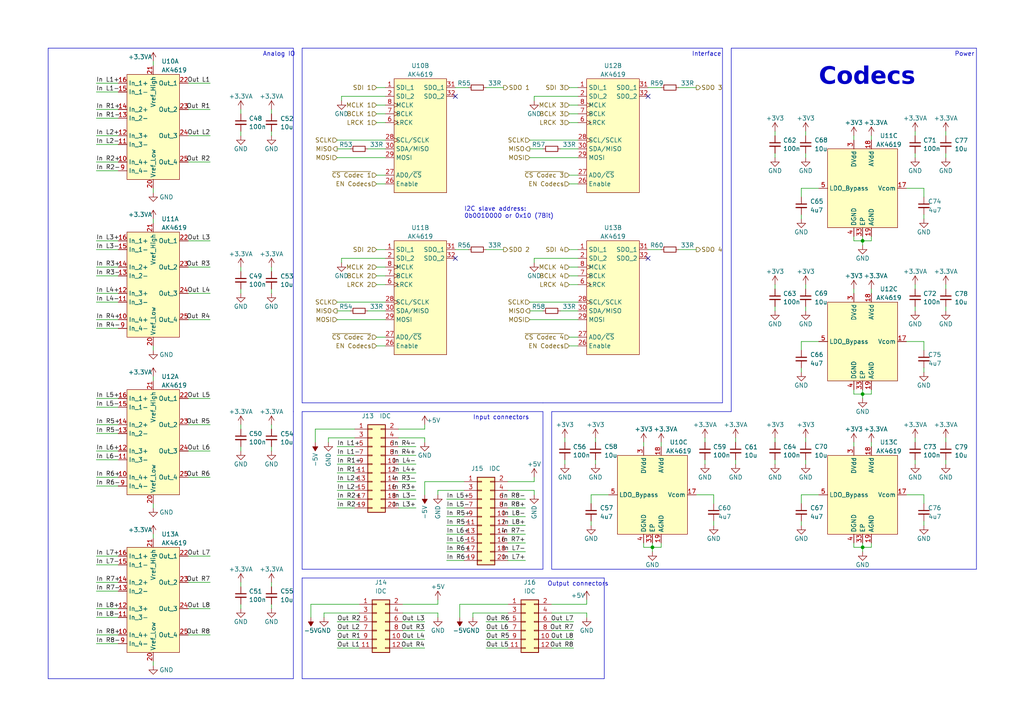
<source format=kicad_sch>
(kicad_sch (version 20231120) (generator "eeschema") (generator_version "8.0")
  (paper "A4")
  (title_block (title "SmallDSP Maxi") (date "2024-02-19") (rev "1.1") (company "Till Heuer"))
  (junction (at 250.19 114.3))
  (junction (at 250.19 69.85))
  (junction (at 189.23 158.75))
  (junction (at 250.19 158.75))
  (no_connect (at 132.08 27.94))
  (no_connect (at 187.96 74.93))
  (no_connect (at 187.96 27.94))
  (no_connect (at 132.08 74.93))
  (wire (pts (xy 233.68 82.55) (xy 233.68 83.82)))
  (wire (pts (xy 165.1 97.79) (xy 167.64 97.79)))
  (wire (pts (xy 129.54 147.32) (xy 134.62 147.32)))
  (wire (pts (xy 44.45 193.04) (xy 44.45 191.77)))
  (wire (pts (xy 54.61 69.85) (xy 60.96 69.85)))
  (wire (pts (xy 44.45 147.32) (xy 44.45 146.05)))
  (wire (pts (xy 189.23 158.75) (xy 186.69 158.75)))
  (wire (pts (xy 154.94 139.7) (xy 154.94 138.43)))
  (wire (pts (xy 160.02 180.34) (xy 166.37 180.34)))
  (wire (pts (xy 191.77 72.39) (xy 187.96 72.39)))
  (wire (pts (xy 134.62 142.24) (xy 127 142.24)))
  (wire (pts (xy 54.61 77.47) (xy 60.96 77.47)))
  (wire (pts (xy 252.73 69.85) (xy 250.19 69.85)))
  (wire (pts (xy 91.44 124.46) (xy 102.87 124.46)))
  (wire (pts (xy 27.94 161.29) (xy 34.29 161.29)))
  (wire (pts (xy 134.62 157.48) (xy 129.54 157.48)))
  (wire (pts (xy 137.16 177.8) (xy 137.16 179.07)))
  (wire (pts (xy 189.23 158.75) (xy 189.23 160.02)))
  (wire (pts (xy 109.22 97.79) (xy 111.76 97.79)))
  (wire (pts (xy 224.79 133.35) (xy 224.79 134.62)))
  (wire (pts (xy 27.94 39.37) (xy 34.29 39.37)))
  (wire (pts (xy 163.83 127) (xy 163.83 128.27)))
  (wire (pts (xy 189.23 157.48) (xy 189.23 158.75)))
  (wire (pts (xy 191.77 158.75) (xy 189.23 158.75)))
  (wire (pts (xy 163.83 133.35) (xy 163.83 134.62)))
  (wire (pts (xy 250.19 114.3) (xy 247.65 114.3)))
  (wire (pts (xy 93.98 177.8) (xy 104.14 177.8)))
  (wire (pts (xy 153.67 40.64) (xy 167.64 40.64)))
  (polyline (pts (xy 13.97 13.97) (xy 85.09 13.97)))
  (wire (pts (xy 97.79 187.96) (xy 104.14 187.96)))
  (wire (pts (xy 78.74 168.91) (xy 78.74 170.18)))
  (wire (pts (xy 97.79 182.88) (xy 104.14 182.88)))
  (wire (pts (xy 267.97 62.23) (xy 267.97 63.5)))
  (wire (pts (xy 160.02 185.42) (xy 166.37 185.42)))
  (polyline (pts (xy 160.02 119.38) (xy 212.09 119.38)))
  (wire (pts (xy 69.85 83.82) (xy 69.85 85.09)))
  (polyline (pts (xy 212.09 13.97) (xy 212.09 119.38)))
  (wire (pts (xy 78.74 83.82) (xy 78.74 85.09)))
  (wire (pts (xy 160.02 177.8) (xy 170.18 177.8)))
  (wire (pts (xy 153.67 92.71) (xy 167.64 92.71)))
  (wire (pts (xy 27.94 69.85) (xy 34.29 69.85)))
  (wire (pts (xy 247.65 158.75) (xy 247.65 157.48)))
  (wire (pts (xy 109.22 100.33) (xy 111.76 100.33)))
  (wire (pts (xy 186.69 128.27) (xy 186.69 129.54)))
  (polyline (pts (xy 283.21 13.97) (xy 283.21 165.1)))
  (wire (pts (xy 232.41 54.61) (xy 232.41 57.15)))
  (wire (pts (xy 165.1 25.4) (xy 167.64 25.4)))
  (wire (pts (xy 176.53 143.51) (xy 171.45 143.51)))
  (wire (pts (xy 213.36 133.35) (xy 213.36 134.62)))
  (wire (pts (xy 116.84 180.34) (xy 123.19 180.34)))
  (wire (pts (xy 247.65 128.27) (xy 247.65 129.54)))
  (wire (pts (xy 237.49 54.61) (xy 232.41 54.61)))
  (polyline (pts (xy 209.55 116.84) (xy 209.55 13.97)))
  (wire (pts (xy 109.22 77.47) (xy 111.76 77.47)))
  (wire (pts (xy 247.65 69.85) (xy 247.65 68.58)))
  (wire (pts (xy 172.72 133.35) (xy 172.72 134.62)))
  (wire (pts (xy 102.87 129.54) (xy 97.79 129.54)))
  (wire (pts (xy 274.32 127) (xy 274.32 128.27)))
  (wire (pts (xy 91.44 124.46) (xy 91.44 128.27)))
  (wire (pts (xy 109.22 72.39) (xy 111.76 72.39)))
  (wire (pts (xy 54.61 92.71) (xy 60.96 92.71)))
  (wire (pts (xy 27.94 179.07) (xy 34.29 179.07)))
  (wire (pts (xy 147.32 160.02) (xy 152.4 160.02)))
  (wire (pts (xy 267.97 151.13) (xy 267.97 152.4)))
  (wire (pts (xy 252.73 68.58) (xy 252.73 69.85)))
  (wire (pts (xy 97.79 185.42) (xy 104.14 185.42)))
  (wire (pts (xy 27.94 92.71) (xy 34.29 92.71)))
  (wire (pts (xy 123.19 127) (xy 123.19 128.27)))
  (wire (pts (xy 69.85 129.54) (xy 69.85 130.81)))
  (wire (pts (xy 102.87 147.32) (xy 97.79 147.32)))
  (wire (pts (xy 140.97 185.42) (xy 147.32 185.42)))
  (wire (pts (xy 78.74 77.47) (xy 78.74 78.74)))
  (wire (pts (xy 267.97 99.06) (xy 267.97 101.6)))
  (wire (pts (xy 133.35 175.26) (xy 133.35 179.07)))
  (wire (pts (xy 116.84 185.42) (xy 123.19 185.42)))
  (wire (pts (xy 133.35 175.26) (xy 147.32 175.26)))
  (wire (pts (xy 109.22 50.8) (xy 111.76 50.8)))
  (wire (pts (xy 127 142.24) (xy 127 143.51)))
  (wire (pts (xy 54.61 176.53) (xy 60.96 176.53)))
  (wire (pts (xy 252.73 83.82) (xy 252.73 85.09)))
  (wire (pts (xy 95.25 127) (xy 95.25 128.27)))
  (wire (pts (xy 69.85 31.75) (xy 69.85 33.02)))
  (wire (pts (xy 27.94 186.69) (xy 34.29 186.69)))
  (wire (pts (xy 93.98 177.8) (xy 93.98 179.07)))
  (wire (pts (xy 129.54 144.78) (xy 134.62 144.78)))
  (polyline (pts (xy 160.02 165.1) (xy 160.02 119.38)))
  (wire (pts (xy 102.87 132.08) (xy 97.79 132.08)))
  (wire (pts (xy 160.02 182.88) (xy 166.37 182.88)))
  (wire (pts (xy 27.94 138.43) (xy 34.29 138.43)))
  (wire (pts (xy 252.73 114.3) (xy 250.19 114.3)))
  (wire (pts (xy 69.85 123.19) (xy 69.85 124.46)))
  (wire (pts (xy 78.74 129.54) (xy 78.74 130.81)))
  (wire (pts (xy 267.97 106.68) (xy 267.97 107.95)))
  (wire (pts (xy 153.67 87.63) (xy 167.64 87.63)))
  (polyline (pts (xy 13.97 13.97) (xy 13.97 196.85)))
  (wire (pts (xy 44.45 101.6) (xy 44.45 100.33)))
  (wire (pts (xy 135.89 25.4) (xy 132.08 25.4)))
  (wire (pts (xy 69.85 77.47) (xy 69.85 78.74)))
  (wire (pts (xy 147.32 149.86) (xy 152.4 149.86)))
  (wire (pts (xy 99.06 74.93) (xy 99.06 76.2)))
  (wire (pts (xy 207.01 143.51) (xy 207.01 146.05)))
  (wire (pts (xy 109.22 53.34) (xy 111.76 53.34)))
  (wire (pts (xy 250.19 158.75) (xy 247.65 158.75)))
  (wire (pts (xy 27.94 123.19) (xy 34.29 123.19)))
  (wire (pts (xy 140.97 72.39) (xy 146.05 72.39)))
  (wire (pts (xy 116.84 177.8) (xy 127 177.8)))
  (wire (pts (xy 162.56 43.18) (xy 167.64 43.18)))
  (wire (pts (xy 250.19 158.75) (xy 250.19 160.02)))
  (wire (pts (xy 102.87 144.78) (xy 97.79 144.78)))
  (wire (pts (xy 116.84 175.26) (xy 127 175.26)))
  (wire (pts (xy 54.61 123.19) (xy 60.96 123.19)))
  (wire (pts (xy 27.94 77.47) (xy 34.29 77.47)))
  (wire (pts (xy 106.68 90.17) (xy 111.76 90.17)))
  (wire (pts (xy 154.94 27.94) (xy 167.64 27.94)))
  (wire (pts (xy 106.68 43.18) (xy 111.76 43.18)))
  (wire (pts (xy 262.89 143.51) (xy 267.97 143.51)))
  (wire (pts (xy 99.06 27.94) (xy 111.76 27.94)))
  (wire (pts (xy 78.74 123.19) (xy 78.74 124.46)))
  (wire (pts (xy 147.32 144.78) (xy 152.4 144.78)))
  (wire (pts (xy 97.79 43.18) (xy 101.6 43.18)))
  (wire (pts (xy 252.73 157.48) (xy 252.73 158.75)))
  (wire (pts (xy 27.94 49.53) (xy 34.29 49.53)))
  (wire (pts (xy 191.77 157.48) (xy 191.77 158.75)))
  (wire (pts (xy 78.74 38.1) (xy 78.74 39.37)))
  (wire (pts (xy 252.73 128.27) (xy 252.73 129.54)))
  (wire (pts (xy 147.32 147.32) (xy 152.4 147.32)))
  (wire (pts (xy 274.32 38.1) (xy 274.32 39.37)))
  (wire (pts (xy 123.19 139.7) (xy 134.62 139.7)))
  (wire (pts (xy 27.94 46.99) (xy 34.29 46.99)))
  (wire (pts (xy 165.1 82.55) (xy 167.64 82.55)))
  (wire (pts (xy 135.89 72.39) (xy 132.08 72.39)))
  (wire (pts (xy 165.1 53.34) (xy 167.64 53.34)))
  (wire (pts (xy 97.79 45.72) (xy 111.76 45.72)))
  (wire (pts (xy 207.01 151.13) (xy 207.01 152.4)))
  (polyline (pts (xy 87.63 167.64) (xy 175.26 167.64)))
  (wire (pts (xy 250.19 157.48) (xy 250.19 158.75)))
  (wire (pts (xy 171.45 151.13) (xy 171.45 152.4)))
  (wire (pts (xy 69.85 168.91) (xy 69.85 170.18)))
  (wire (pts (xy 90.17 175.26) (xy 90.17 179.07)))
  (wire (pts (xy 153.67 90.17) (xy 157.48 90.17)))
  (wire (pts (xy 54.61 85.09) (xy 60.96 85.09)))
  (polyline (pts (xy 85.09 13.97) (xy 85.09 119.38)))
  (wire (pts (xy 97.79 87.63) (xy 111.76 87.63)))
  (polyline (pts (xy 157.48 116.84) (xy 157.48 116.84)))
  (polyline (pts (xy 175.26 196.85) (xy 175.26 167.64)))
  (wire (pts (xy 233.68 38.1) (xy 233.68 39.37)))
  (wire (pts (xy 237.49 99.06) (xy 232.41 99.06)))
  (wire (pts (xy 99.06 74.93) (xy 111.76 74.93)))
  (polyline (pts (xy 85.09 119.38) (xy 85.09 196.85)))
  (wire (pts (xy 160.02 175.26) (xy 170.18 175.26)))
  (wire (pts (xy 115.57 127) (xy 123.19 127)))
  (polyline (pts (xy 85.09 119.38) (xy 85.09 119.38)))
  (wire (pts (xy 232.41 143.51) (xy 232.41 146.05)))
  (wire (pts (xy 196.85 25.4) (xy 201.93 25.4)))
  (wire (pts (xy 224.79 82.55) (xy 224.79 83.82)))
  (wire (pts (xy 44.45 55.88) (xy 44.45 54.61)))
  (wire (pts (xy 54.61 130.81) (xy 60.96 130.81)))
  (wire (pts (xy 102.87 139.7) (xy 97.79 139.7)))
  (wire (pts (xy 102.87 142.24) (xy 97.79 142.24)))
  (wire (pts (xy 252.73 39.37) (xy 252.73 40.64)))
  (wire (pts (xy 262.89 99.06) (xy 267.97 99.06)))
  (wire (pts (xy 162.56 90.17) (xy 167.64 90.17)))
  (wire (pts (xy 27.94 85.09) (xy 34.29 85.09)))
  (wire (pts (xy 115.57 144.78) (xy 120.65 144.78)))
  (wire (pts (xy 116.84 187.96) (xy 123.19 187.96)))
  (wire (pts (xy 274.32 82.55) (xy 274.32 83.82)))
  (wire (pts (xy 54.61 115.57) (xy 60.96 115.57)))
  (wire (pts (xy 224.79 88.9) (xy 224.79 90.17)))
  (wire (pts (xy 140.97 180.34) (xy 147.32 180.34)))
  (wire (pts (xy 147.32 157.48) (xy 152.4 157.48)))
  (wire (pts (xy 27.94 34.29) (xy 34.29 34.29)))
  (wire (pts (xy 165.1 77.47) (xy 167.64 77.47)))
  (wire (pts (xy 78.74 31.75) (xy 78.74 33.02)))
  (wire (pts (xy 232.41 106.68) (xy 232.41 107.95)))
  (wire (pts (xy 154.94 27.94) (xy 154.94 29.21)))
  (wire (pts (xy 134.62 154.94) (xy 129.54 154.94)))
  (wire (pts (xy 115.57 129.54) (xy 120.65 129.54)))
  (wire (pts (xy 134.62 162.56) (xy 129.54 162.56)))
  (wire (pts (xy 134.62 152.4) (xy 129.54 152.4)))
  (wire (pts (xy 165.1 72.39) (xy 167.64 72.39)))
  (wire (pts (xy 27.94 80.01) (xy 34.29 80.01)))
  (wire (pts (xy 147.32 142.24) (xy 154.94 142.24)))
  (wire (pts (xy 147.32 139.7) (xy 154.94 139.7)))
  (wire (pts (xy 170.18 177.8) (xy 170.18 179.07)))
  (polyline (pts (xy 87.63 13.97) (xy 209.55 13.97)))
  (wire (pts (xy 99.06 27.94) (xy 99.06 29.21)))
  (wire (pts (xy 115.57 137.16) (xy 120.65 137.16)))
  (wire (pts (xy 134.62 160.02) (xy 129.54 160.02)))
  (wire (pts (xy 97.79 40.64) (xy 111.76 40.64)))
  (wire (pts (xy 69.85 38.1) (xy 69.85 39.37)))
  (wire (pts (xy 191.77 25.4) (xy 187.96 25.4)))
  (wire (pts (xy 265.43 82.55) (xy 265.43 83.82)))
  (wire (pts (xy 27.94 31.75) (xy 34.29 31.75)))
  (wire (pts (xy 116.84 182.88) (xy 123.19 182.88)))
  (wire (pts (xy 147.32 154.94) (xy 152.4 154.94)))
  (wire (pts (xy 140.97 25.4) (xy 146.05 25.4)))
  (wire (pts (xy 140.97 182.88) (xy 147.32 182.88)))
  (wire (pts (xy 109.22 25.4) (xy 111.76 25.4)))
  (wire (pts (xy 27.94 24.13) (xy 34.29 24.13)))
  (wire (pts (xy 147.32 162.56) (xy 152.4 162.56)))
  (wire (pts (xy 170.18 175.26) (xy 170.18 173.99)))
  (wire (pts (xy 97.79 180.34) (xy 104.14 180.34)))
  (wire (pts (xy 44.45 109.22) (xy 44.45 110.49)))
  (wire (pts (xy 247.65 114.3) (xy 247.65 113.03)))
  (polyline (pts (xy 157.48 165.1) (xy 87.63 165.1)))
  (polyline (pts (xy 87.63 119.38) (xy 87.63 165.1)))
  (wire (pts (xy 115.57 147.32) (xy 120.65 147.32)))
  (wire (pts (xy 27.94 125.73) (xy 34.29 125.73)))
  (wire (pts (xy 27.94 26.67) (xy 34.29 26.67)))
  (wire (pts (xy 191.77 128.27) (xy 191.77 129.54)))
  (wire (pts (xy 134.62 149.86) (xy 129.54 149.86)))
  (polyline (pts (xy 87.63 196.85) (xy 175.26 196.85)))
  (wire (pts (xy 27.94 171.45) (xy 34.29 171.45)))
  (wire (pts (xy 27.94 133.35) (xy 34.29 133.35)))
  (wire (pts (xy 109.22 35.56) (xy 111.76 35.56)))
  (wire (pts (xy 123.19 124.46) (xy 123.19 123.19)))
  (wire (pts (xy 265.43 127) (xy 265.43 128.27)))
  (wire (pts (xy 171.45 143.51) (xy 171.45 146.05)))
  (wire (pts (xy 27.94 41.91) (xy 34.29 41.91)))
  (wire (pts (xy 27.94 72.39) (xy 34.29 72.39)))
  (wire (pts (xy 54.61 184.15) (xy 60.96 184.15)))
  (wire (pts (xy 274.32 44.45) (xy 274.32 45.72)))
  (wire (pts (xy 78.74 175.26) (xy 78.74 176.53)))
  (wire (pts (xy 115.57 142.24) (xy 120.65 142.24)))
  (wire (pts (xy 69.85 175.26) (xy 69.85 176.53)))
  (wire (pts (xy 154.94 74.93) (xy 167.64 74.93)))
  (wire (pts (xy 127 177.8) (xy 127 179.07)))
  (wire (pts (xy 27.94 95.25) (xy 34.29 95.25)))
  (polyline (pts (xy 85.09 196.85) (xy 13.97 196.85)))
  (wire (pts (xy 54.61 168.91) (xy 60.96 168.91)))
  (wire (pts (xy 147.32 152.4) (xy 152.4 152.4)))
  (wire (pts (xy 27.94 115.57) (xy 34.29 115.57)))
  (wire (pts (xy 224.79 38.1) (xy 224.79 39.37)))
  (wire (pts (xy 27.94 140.97) (xy 34.29 140.97)))
  (wire (pts (xy 109.22 30.48) (xy 111.76 30.48)))
  (wire (pts (xy 252.73 113.03) (xy 252.73 114.3)))
  (wire (pts (xy 267.97 143.51) (xy 267.97 146.05)))
  (polyline (pts (xy 87.63 13.97) (xy 87.63 116.84)))
  (wire (pts (xy 232.41 151.13) (xy 232.41 152.4)))
  (wire (pts (xy 102.87 134.62) (xy 97.79 134.62)))
  (wire (pts (xy 44.45 63.5) (xy 44.45 64.77)))
  (wire (pts (xy 274.32 133.35) (xy 274.32 134.62)))
  (wire (pts (xy 153.67 43.18) (xy 157.48 43.18)))
  (wire (pts (xy 265.43 44.45) (xy 265.43 45.72)))
  (wire (pts (xy 233.68 88.9) (xy 233.68 90.17)))
  (polyline (pts (xy 283.21 165.1) (xy 160.02 165.1)))
  (wire (pts (xy 250.19 114.3) (xy 250.19 115.57)))
  (polyline (pts (xy 212.09 13.97) (xy 283.21 13.97)))
  (wire (pts (xy 186.69 158.75) (xy 186.69 157.48)))
  (wire (pts (xy 44.45 17.78) (xy 44.45 19.05)))
  (wire (pts (xy 274.32 88.9) (xy 274.32 90.17)))
  (wire (pts (xy 54.61 31.75) (xy 60.96 31.75)))
  (wire (pts (xy 267.97 54.61) (xy 267.97 57.15)))
  (wire (pts (xy 233.68 133.35) (xy 233.68 134.62)))
  (wire (pts (xy 115.57 132.08) (xy 120.65 132.08)))
  (wire (pts (xy 27.94 176.53) (xy 34.29 176.53)))
  (wire (pts (xy 204.47 133.35) (xy 204.47 134.62)))
  (wire (pts (xy 54.61 46.99) (xy 60.96 46.99)))
  (wire (pts (xy 252.73 158.75) (xy 250.19 158.75)))
  (wire (pts (xy 97.79 90.17) (xy 101.6 90.17)))
  (wire (pts (xy 232.41 62.23) (xy 232.41 63.5)))
  (wire (pts (xy 165.1 30.48) (xy 167.64 30.48)))
  (wire (pts (xy 250.19 68.58) (xy 250.19 69.85)))
  (wire (pts (xy 160.02 187.96) (xy 166.37 187.96)))
  (wire (pts (xy 115.57 124.46) (xy 123.19 124.46)))
  (wire (pts (xy 109.22 80.01) (xy 111.76 80.01)))
  (wire (pts (xy 27.94 130.81) (xy 34.29 130.81)))
  (wire (pts (xy 165.1 35.56) (xy 167.64 35.56)))
  (wire (pts (xy 27.94 87.63) (xy 34.29 87.63)))
  (wire (pts (xy 102.87 137.16) (xy 97.79 137.16)))
  (wire (pts (xy 123.19 139.7) (xy 123.19 143.51)))
  (wire (pts (xy 54.61 24.13) (xy 60.96 24.13)))
  (wire (pts (xy 109.22 82.55) (xy 111.76 82.55)))
  (wire (pts (xy 27.94 168.91) (xy 34.29 168.91)))
  (wire (pts (xy 250.19 69.85) (xy 247.65 69.85)))
  (polyline (pts (xy 157.48 119.38) (xy 157.48 165.1)))
  (wire (pts (xy 237.49 143.51) (xy 232.41 143.51)))
  (wire (pts (xy 262.89 54.61) (xy 267.97 54.61)))
  (wire (pts (xy 154.94 142.24) (xy 154.94 143.51)))
  (wire (pts (xy 154.94 74.93) (xy 154.94 76.2)))
  (wire (pts (xy 247.65 39.37) (xy 247.65 40.64)))
  (wire (pts (xy 97.79 92.71) (xy 111.76 92.71)))
  (wire (pts (xy 54.61 138.43) (xy 60.96 138.43)))
  (wire (pts (xy 250.19 113.03) (xy 250.19 114.3)))
  (wire (pts (xy 265.43 133.35) (xy 265.43 134.62)))
  (polyline (pts (xy 87.63 116.84) (xy 157.48 116.84)))
  (wire (pts (xy 213.36 127) (xy 213.36 128.27)))
  (wire (pts (xy 265.43 88.9) (xy 265.43 90.17)))
  (wire (pts (xy 196.85 72.39) (xy 201.93 72.39)))
  (wire (pts (xy 115.57 139.7) (xy 120.65 139.7)))
  (wire (pts (xy 109.22 33.02) (xy 111.76 33.02)))
  (wire (pts (xy 102.87 127) (xy 95.25 127)))
  (wire (pts (xy 27.94 163.83) (xy 34.29 163.83)))
  (wire (pts (xy 224.79 127) (xy 224.79 128.27)))
  (polyline (pts (xy 157.48 116.84) (xy 209.55 116.84)))
  (wire (pts (xy 165.1 50.8) (xy 167.64 50.8)))
  (wire (pts (xy 250.19 69.85) (xy 250.19 71.12)))
  (wire (pts (xy 232.41 99.06) (xy 232.41 101.6)))
  (wire (pts (xy 90.17 175.26) (xy 104.14 175.26)))
  (wire (pts (xy 233.68 44.45) (xy 233.68 45.72)))
  (wire (pts (xy 27.94 184.15) (xy 34.29 184.15)))
  (wire (pts (xy 165.1 80.01) (xy 167.64 80.01)))
  (wire (pts (xy 165.1 100.33) (xy 167.64 100.33)))
  (wire (pts (xy 204.47 127) (xy 204.47 128.27)))
  (wire (pts (xy 127 175.26) (xy 127 173.99)))
  (wire (pts (xy 247.65 83.82) (xy 247.65 85.09)))
  (wire (pts (xy 153.67 45.72) (xy 167.64 45.72)))
  (wire (pts (xy 201.93 143.51) (xy 207.01 143.51)))
  (polyline (pts (xy 87.63 119.38) (xy 157.48 119.38)))
  (wire (pts (xy 44.45 154.94) (xy 44.45 156.21)))
  (wire (pts (xy 172.72 127) (xy 172.72 128.27)))
  (wire (pts (xy 27.94 118.11) (xy 34.29 118.11)))
  (wire (pts (xy 265.43 38.1) (xy 265.43 39.37)))
  (wire (pts (xy 54.61 39.37) (xy 60.96 39.37)))
  (wire (pts (xy 54.61 161.29) (xy 60.96 161.29)))
  (wire (pts (xy 165.1 33.02) (xy 167.64 33.02)))
  (wire (pts (xy 224.79 44.45) (xy 224.79 45.72)))
  (wire (pts (xy 140.97 187.96) (xy 147.32 187.96)))
  (wire (pts (xy 233.68 127) (xy 233.68 128.27)))
  (polyline (pts (xy 87.63 167.64) (xy 87.63 196.85)))
  (wire (pts (xy 115.57 134.62) (xy 120.65 134.62)))
  (wire (pts (xy 137.16 177.8) (xy 147.32 177.8)))
  (text "Output connectors" (at 158.75 170.18 0) (effects (font (size 1.27 1.27)) (justify left bottom)))
  (text "Power" (at 276.86 16.51 0) (effects (font (size 1.27 1.27)) (justify left bottom)))
  (text "Codecs" (at 237.49 26.67 0) (effects (font (size 5 5) (thickness 1) (bold yes)) (justify left bottom)))
  (text "Input connectors" (at 137.16 121.92 0) (effects (font (size 1.27 1.27)) (justify left bottom)))
  (text "I2C slave address:\n0b0010000 or 0x10 (7Bit)" (at 134.62 63.5 0) (effects (font (size 1.27 1.27)) (justify left bottom)))
  (text "Analog IO" (at 76.2 16.51 0) (effects (font (size 1.27 1.27)) (justify left bottom)))
  (text "Interface" (at 200.66 16.51 0) (effects (font (size 1.27 1.27)) (justify left bottom)))
  (label "In L5+" (at 129.54 144.78 0))
  (label "In R8-" (at 27.94 186.69 0))
  (label "In R1-" (at 97.79 137.16 0))
  (label "In L1+" (at 97.79 129.54 0))
  (label "In R3+" (at 120.65 142.24 180))
  (label "Out R5" (at 60.96 123.19 180))
  (label "In R7+" (at 27.94 168.91 0))
  (label "In L2-" (at 27.94 41.91 0))
  (label "Out L8" (at 166.37 185.42 180))
  (label "Out R6" (at 60.96 138.43 180))
  (label "In R2-" (at 27.94 49.53 0))
  (label "In R2+" (at 97.79 144.78 0))
  (label "In L3+" (at 120.65 147.32 180))
  (label "Out R8" (at 60.96 184.15 180))
  (label "Out L5" (at 140.97 187.96 0))
  (label "In R8-" (at 152.4 144.78 180))
  (label "In L8+" (at 152.4 152.4 180))
  (label "In R2-" (at 97.79 147.32 0))
  (label "Out R3" (at 123.19 182.88 180))
  (label "In L4-" (at 27.94 87.63 0))
  (label "Out R4" (at 60.96 92.71 180))
  (label "Out R7" (at 60.96 168.91 180))
  (label "In R7+" (at 152.4 157.48 180))
  (label "In R4+" (at 120.65 132.08 180))
  (label "Out L7" (at 60.96 161.29 180))
  (label "In R4-" (at 120.65 129.54 180))
  (label "Out L2" (at 60.96 39.37 180))
  (label "Out R1" (at 97.79 185.42 0))
  (label "Out L6" (at 140.97 182.88 0))
  (label "In R4-" (at 27.94 95.25 0))
  (label "In L6+" (at 27.94 130.81 0))
  (label "In L3-" (at 120.65 144.78 180))
  (label "Out R7" (at 166.37 182.88 180))
  (label "In R8+" (at 152.4 147.32 180))
  (label "In R6+" (at 27.94 138.43 0))
  (label "In R4+" (at 27.94 92.71 0))
  (label "In L7+" (at 152.4 162.56 180))
  (label "Out L5" (at 60.96 115.57 180))
  (label "Out R2" (at 60.96 46.99 180))
  (label "Out R6" (at 140.97 180.34 0))
  (label "Out R5" (at 140.97 185.42 0))
  (label "Out L2" (at 97.79 182.88 0))
  (label "In R6-" (at 129.54 162.56 0))
  (label "In L8+" (at 27.94 176.53 0))
  (label "In L6-" (at 129.54 157.48 0))
  (label "Out R3" (at 60.96 77.47 180))
  (label "In R3+" (at 27.94 77.47 0))
  (label "In L5-" (at 129.54 147.32 0))
  (label "In R1+" (at 97.79 134.62 0))
  (label "In R7-" (at 152.4 154.94 180))
  (label "In R8+" (at 27.94 184.15 0))
  (label "In R6-" (at 27.94 140.97 0))
  (label "In L1-" (at 97.79 132.08 0))
  (label "In L7+" (at 27.94 161.29 0))
  (label "Out L7" (at 166.37 180.34 180))
  (label "In L7-" (at 27.94 163.83 0))
  (label "In R6+" (at 129.54 160.02 0))
  (label "Out L4" (at 60.96 85.09 180))
  (label "In L6+" (at 129.54 154.94 0))
  (label "In L5-" (at 27.94 118.11 0))
  (label "In R1+" (at 27.94 31.75 0))
  (label "Out L1" (at 97.79 187.96 0))
  (label "In L8-" (at 152.4 149.86 180))
  (label "In L4-" (at 120.65 134.62 180))
  (label "In L3+" (at 27.94 69.85 0))
  (label "Out R4" (at 123.19 187.96 180))
  (label "In L7-" (at 152.4 160.02 180))
  (label "Out L3" (at 60.96 69.85 180))
  (label "In L2+" (at 97.79 139.7 0))
  (label "Out L1" (at 60.96 24.13 180))
  (label "Out R1" (at 60.96 31.75 180))
  (label "In R5-" (at 27.94 125.73 0))
  (label "In R3-" (at 120.65 139.7 180))
  (label "In R5+" (at 129.54 149.86 0))
  (label "In L1+" (at 27.94 24.13 0))
  (label "In L8-" (at 27.94 179.07 0))
  (label "Out L3" (at 123.19 180.34 180))
  (label "In L2-" (at 97.79 142.24 0))
  (label "In L5+" (at 27.94 115.57 0))
  (label "In R1-" (at 27.94 34.29 0))
  (label "In L3-" (at 27.94 72.39 0))
  (label "In R7-" (at 27.94 171.45 0))
  (label "Out L4" (at 123.19 185.42 180))
  (label "In R5-" (at 129.54 152.4 0))
  (label "Out R2" (at 97.79 180.34 0))
  (label "In L4+" (at 27.94 85.09 0))
  (label "In R2+" (at 27.94 46.99 0))
  (label "In R5+" (at 27.94 123.19 0))
  (label "In L4+" (at 120.65 137.16 180))
  (label "In R3-" (at 27.94 80.01 0))
  (label "In L1-" (at 27.94 26.67 0))
  (label "Out L6" (at 60.96 130.81 180))
  (label "In L2+" (at 27.94 39.37 0))
  (label "In L6-" (at 27.94 133.35 0))
  (label "Out L8" (at 60.96 176.53 180))
  (label "Out R8" (at 166.37 187.96 180))
  (hierarchical_label "SDI 1" (shape input) (at 109.22 25.4 180))
  (hierarchical_label "MISO" (shape output) (at 153.67 43.18 180))
  (hierarchical_label "~{CS Codec 2}" (shape input) (at 109.22 97.79 180))
  (hierarchical_label "SDO 4" (shape output) (at 201.93 72.39 0))
  (hierarchical_label "MOSI" (shape input) (at 153.67 45.72 180))
  (hierarchical_label "~{CS Codec 4}" (shape input) (at 165.1 97.79 180))
  (hierarchical_label "EN Codecs" (shape input) (at 109.22 100.33 180))
  (hierarchical_label "MCLK 1" (shape input) (at 109.22 30.48 180))
  (hierarchical_label "MOSI" (shape input) (at 97.79 92.71 180))
  (hierarchical_label "SDO 1" (shape output) (at 146.05 25.4 0))
  (hierarchical_label "MISO" (shape output) (at 153.67 90.17 180))
  (hierarchical_label "SDO 2" (shape output) (at 146.05 72.39 0))
  (hierarchical_label "MCLK 4" (shape input) (at 165.1 77.47 180))
  (hierarchical_label "LRCK 4" (shape input) (at 165.1 82.55 180))
  (hierarchical_label "MOSI" (shape input) (at 97.79 45.72 180))
  (hierarchical_label "EN Codecs" (shape input) (at 109.22 53.34 180))
  (hierarchical_label "BCLK 1" (shape input) (at 109.22 33.02 180))
  (hierarchical_label "EN Codecs" (shape input) (at 165.1 53.34 180))
  (hierarchical_label "BCLK 2" (shape input) (at 109.22 80.01 180))
  (hierarchical_label "LRCK 3" (shape input) (at 165.1 35.56 180))
  (hierarchical_label "LRCK 1" (shape input) (at 109.22 35.56 180))
  (hierarchical_label "SCLK" (shape input) (at 97.79 87.63 180))
  (hierarchical_label "MCLK 2" (shape input) (at 109.22 77.47 180))
  (hierarchical_label "SCLK" (shape input) (at 97.79 40.64 180))
  (hierarchical_label "SCLK" (shape input) (at 153.67 87.63 180))
  (hierarchical_label "BCLK 4" (shape input) (at 165.1 80.01 180))
  (hierarchical_label "SDO 3" (shape output) (at 201.93 25.4 0))
  (hierarchical_label "MISO" (shape output) (at 97.79 90.17 180))
  (hierarchical_label "~{CS Codec 3}" (shape input) (at 165.1 50.8 180))
  (hierarchical_label "SDI 4" (shape input) (at 165.1 72.39 180))
  (hierarchical_label "MOSI" (shape input) (at 153.67 92.71 180))
  (hierarchical_label "SCLK" (shape input) (at 153.67 40.64 180))
  (hierarchical_label "SDI 2" (shape input) (at 109.22 72.39 180))
  (hierarchical_label "EN Codecs" (shape input) (at 165.1 100.33 180))
  (hierarchical_label "SDI 3" (shape input) (at 165.1 25.4 180))
  (hierarchical_label "BCLK 3" (shape input) (at 165.1 33.02 180))
  (hierarchical_label "LRCK 2" (shape input) (at 109.22 82.55 180))
  (hierarchical_label "~{CS Codec 1}" (shape input) (at 109.22 50.8 180))
  (hierarchical_label "MISO" (shape output) (at 97.79 43.18 180))
  (hierarchical_label "MCLK 3" (shape input) (at 165.1 30.48 180))
  (symbol (lib_id "power:-5V") (at 91.44 128.27 180) (unit 1)
    (property "Reference" "#PWR?" (effects (hide yes)))
    (property "Value" "-5V" (at 91.44 133.35 90))
    (instances (project "AudioInputPCB_Unbalanced" (path "" (reference "#PWR?") (unit 1))) (project "SmallDSPMaxi" (path "" (reference "#PWR0154") (unit 1)) (path "" (reference "#PWR0254") (unit 1))) (project "Analog_Input" (path "" (reference "#PWR?") (unit 1))))
  )
  (symbol (lib_id "power:GND") (at 213.36 134.62 0) (unit 1)
    (property "Reference" "#PWR0189" (effects (hide yes)))
    (property "Value" "GND" (at 213.36 138.43 0))
    (instances (project "SmallDSPMaxi" (path "" (reference "#PWR0189") (unit 1)) (path "" (reference "#PWR0289") (unit 1))))
  )
  (symbol (lib_id "Device:C_Small") (at 265.43 86.36 0) (unit 1)
    (property "Reference" "C72" (at 267.7541 85.1542 0) (effects (justify left)))
    (property "Value" "100n" (at 267.7541 87.5784 0) (effects (justify left)))
    (property "Footprint" "Capacitor_SMD:C_0402_1005Metric" (effects (hide yes)))
    (property "Dielectric" "X7R" (effects (hide yes)))
    (property "Notes" "-25%@10VDC" (effects (hide yes)))
    (property "Rated Voltage" "50V" (effects (hide yes)))
    (property "Assembling" "X" (effects (hide yes)))
    (property "Manufacturer" "Samsung Electro-Mechanics" (effects (hide yes)))
    (property "Part Number" "CL05B104KB54PNC" (effects (hide yes)))
    (property "Tolerance" "10%" (effects (hide yes)))
    (property "LCSC Part #" "C307331" (effects (hide yes)))
    (instances (project "SmallDSPMaxi" (path "" (reference "C72") (unit 1)) (path "" (reference "C104") (unit 1))))
  )
  (symbol (lib_id "1_Project_Symbols:AK4619VN") (at 250.19 99.06 0) (unit 3)
    (property "Reference" "U12" (at 257.81 83.82 0))
    (property "Value" "AK4619" (at 257.81 86.36 0))
    (property "Footprint" "Package_DFN_QFN:QFN-32-1EP_5x5mm_P0.5mm_EP3.7x3.7mm_ThermalVias" (effects (hide yes)))
    (property "Description" "AKM Audio Codec" (effects (hide yes)))
    (property "Manufacturer" "AKM(Asahi Kasei Microdevices)" (effects (hide yes)))
    (property "Part Number" "AK4619VN" (effects (hide yes)))
    (property "LCSC Part #" "C3034747" (effects (hide yes)))
    (property "Notes" "LCSC not in stock" (effects (hide yes)))
    (instances (project "SmallDSPMaxi" (path "" (reference "U12") (unit 3)) (path "" (reference "U16") (unit 3))))
  )
  (symbol (lib_id "power:GND") (at 172.72 134.62 0) (unit 1)
    (property "Reference" "#PWR0181" (effects (hide yes)))
    (property "Value" "GND" (at 172.72 138.43 0))
    (instances (project "SmallDSPMaxi" (path "" (reference "#PWR0181") (unit 1)) (path "" (reference "#PWR0281") (unit 1))))
  )
  (symbol (lib_id "1_Project_Symbols:AK4619VN") (at 44.45 128.27 0) (unit 1)
    (property "Reference" "U12" (at 46.823 109.22 0) (effects (justify left)))
    (property "Value" "AK4619" (at 46.823 111.76 0) (effects (justify left)))
    (property "Footprint" "Package_DFN_QFN:QFN-32-1EP_5x5mm_P0.5mm_EP3.7x3.7mm_ThermalVias" (effects (hide yes)))
    (property "Description" "AKM Audio Codec" (effects (hide yes)))
    (property "Manufacturer" "AKM(Asahi Kasei Microdevices)" (effects (hide yes)))
    (property "Part Number" "AK4619VN" (effects (hide yes)))
    (property "LCSC Part #" "C3034747" (effects (hide yes)))
    (property "Notes" "LCSC not in stock" (effects (hide yes)))
    (instances (project "SmallDSPMaxi" (path "" (reference "U12") (unit 1)) (path "" (reference "U16") (unit 1))))
  )
  (symbol (lib_id "power:+3.3VA") (at 191.77 128.27 0) (unit 1)
    (property "Reference" "#PWR0184" (effects (hide yes)))
    (property "Value" "+3.3VA" (at 193.04 124.46 0))
    (instances (project "SmallDSPMaxi" (path "" (reference "#PWR0184") (unit 1)) (path "" (reference "#PWR0284") (unit 1))))
  )
  (symbol (lib_id "power:GND") (at 265.43 90.17 0) (unit 1)
    (property "Reference" "#PWR0217" (effects (hide yes)))
    (property "Value" "GND" (at 265.43 93.98 0))
    (instances (project "SmallDSPMaxi" (path "" (reference "#PWR0217") (unit 1)) (path "" (reference "#PWR0317") (unit 1))))
  )
  (symbol (lib_id "Device:R_Small") (at 104.14 90.17 90) (unit 1)
    (property "Reference" "R54" (at 100.33 88.9 90))
    (property "Value" "33R" (at 109.22 88.9 90))
    (property "Footprint" "Resistor_SMD:R_0402_1005Metric" (effects (hide yes)))
    (property "Assembling" "X" (effects (hide yes)))
    (property "Manufacturer" "UNI-ROYAL(Uniroyal Elec)" (effects (hide yes)))
    (property "Part Number" "0402WGF330JTCE" (effects (hide yes)))
    (property "Rated Power" "62.5mW" (effects (hide yes)))
    (property "Tolerance" "1%" (effects (hide yes)))
    (property "LCSC Part #" "C25105" (effects (hide yes)))
    (instances (project "SmallDSPMaxi" (path "" (reference "R54") (unit 1)) (path "" (reference "R62") (unit 1))))
  )
  (symbol (lib_id "power:+3.3VA") (at 78.74 123.19 0) (unit 1)
    (property "Reference" "#PWR0149" (effects (hide yes)))
    (property "Value" "+3.3VA" (at 78.74 119.38 0))
    (instances (project "SmallDSPMaxi" (path "" (reference "#PWR0149") (unit 1)) (path "" (reference "#PWR0249") (unit 1))))
  )
  (symbol (lib_id "power:+3V3") (at 233.68 38.1 0) (unit 1)
    (property "Reference" "#PWR0199" (effects (hide yes)))
    (property "Value" "+3V3" (at 233.68 34.29 0))
    (instances (project "SmallDSPMaxi" (path "" (reference "#PWR0199") (unit 1)) (path "" (reference "#PWR0299") (unit 1))))
  )
  (symbol (lib_id "power:GND") (at 69.85 176.53 0) (unit 1)
    (property "Reference" "#PWR0144" (effects (hide yes)))
    (property "Value" "GND" (at 69.85 180.34 0))
    (instances (project "SmallDSPMaxi" (path "" (reference "#PWR0144") (unit 1)) (path "" (reference "#PWR0244") (unit 1))))
  )
  (symbol (lib_id "Device:C_Small") (at 233.68 130.81 0) (unit 1)
    (property "Reference" "C70" (at 236.22 129.54 0) (effects (justify left)))
    (property "Value" "10u" (at 236.22 132.08 0) (effects (justify left)))
    (property "Footprint" "Capacitor_SMD:C_0603_1608Metric" (effects (hide yes)))
    (property "Dielectric" "X5R" (effects (hide yes)))
    (property "Notes" "-50%@5VDC" (effects (hide yes)))
    (property "Rated Voltage" "25V" (effects (hide yes)))
    (property "Assembling" "X" (effects (hide yes)))
    (property "Manufacturer" "Samsung Electro-Mechanics" (effects (hide yes)))
    (property "Part Number" "CL10A106MA8NRNC" (effects (hide yes)))
    (property "Tolerance" "10%" (effects (hide yes)))
    (property "LCSC Part #" "C96446" (effects (hide yes)))
    (instances (project "SmallDSPMaxi" (path "" (reference "C70") (unit 1)) (path "" (reference "C102") (unit 1))))
  )
  (symbol (lib_id "Device:C_Small") (at 78.74 127 0) (unit 1)
    (property "Reference" "C54" (at 81.28 125.8458 0) (effects (justify left)))
    (property "Value" "10u" (at 81.28 128.27 0) (effects (justify left)))
    (property "Footprint" "Capacitor_SMD:C_0603_1608Metric" (effects (hide yes)))
    (property "Dielectric" "X5R" (effects (hide yes)))
    (property "Notes" "-50%@5VDC" (effects (hide yes)))
    (property "Rated Voltage" "25V" (effects (hide yes)))
    (property "Assembling" "X" (effects (hide yes)))
    (property "Manufacturer" "Samsung Electro-Mechanics" (effects (hide yes)))
    (property "Part Number" "CL10A106MA8NRNC" (effects (hide yes)))
    (property "Tolerance" "10%" (effects (hide yes)))
    (property "LCSC Part #" "C96446" (effects (hide yes)))
    (instances (project "SmallDSPMaxi" (path "" (reference "C54") (unit 1)) (path "" (reference "C86") (unit 1))))
  )
  (symbol (lib_id "Device:R_Small") (at 138.43 25.4 90) (unit 1)
    (property "Reference" "R55" (at 134.62 24.13 90))
    (property "Value" "33R" (at 143.51 24.13 90))
    (property "Footprint" "Resistor_SMD:R_0402_1005Metric" (effects (hide yes)))
    (property "Assembling" "X" (effects (hide yes)))
    (property "Manufacturer" "UNI-ROYAL(Uniroyal Elec)" (effects (hide yes)))
    (property "Part Number" "0402WGF330JTCE" (effects (hide yes)))
    (property "Rated Power" "62.5mW" (effects (hide yes)))
    (property "Tolerance" "1%" (effects (hide yes)))
    (property "LCSC Part #" "C25105" (effects (hide yes)))
    (instances (project "SmallDSPMaxi" (path "" (reference "R55") (unit 1)) (path "" (reference "R63") (unit 1))))
  )
  (symbol (lib_id "Device:C_Small") (at 78.74 172.72 0) (unit 1)
    (property "Reference" "C55" (at 81.28 171.45 0) (effects (justify left)))
    (property "Value" "10u" (at 81.28 173.99 0) (effects (justify left)))
    (property "Footprint" "Capacitor_SMD:C_0603_1608Metric" (effects (hide yes)))
    (property "Dielectric" "X5R" (effects (hide yes)))
    (property "Notes" "-50%@5VDC" (effects (hide yes)))
    (property "Rated Voltage" "25V" (effects (hide yes)))
    (property "Assembling" "X" (effects (hide yes)))
    (property "Manufacturer" "Samsung Electro-Mechanics" (effects (hide yes)))
    (property "Part Number" "CL10A106MA8NRNC" (effects (hide yes)))
    (property "Tolerance" "10%" (effects (hide yes)))
    (property "LCSC Part #" "C96446" (effects (hide yes)))
    (instances (project "SmallDSPMaxi" (path "" (reference "C55") (unit 1)) (path "" (reference "C87") (unit 1))))
  )
  (symbol (lib_id "power:GND") (at 99.06 76.2 0) (unit 1)
    (property "Reference" "#PWR0158" (effects (hide yes)))
    (property "Value" "GND" (at 99.06 80.01 0))
    (instances (project "SmallDSPMaxi" (path "" (reference "#PWR0158") (unit 1)) (path "" (reference "#PWR0258") (unit 1))))
  )
  (symbol (lib_id "Device:C_Small") (at 267.97 59.69 0) (mirror y) (unit 1)
    (property "Reference" "C74" (at 273.05 58.42 0) (effects (justify left)))
    (property "Value" "4u7" (at 273.05 60.96 0) (effects (justify left)))
    (property "Footprint" "Capacitor_SMD:C_0603_1608Metric" (effects (hide yes)))
    (property "Dielectric" "X5R" (effects (hide yes)))
    (property "Notes" "-50%@3.3V and 0Vrms" (effects (hide yes)))
    (property "Rated Voltage" "50V" (effects (hide yes)))
    (property "Assembling" "X" (effects (hide yes)))
    (property "Manufacturer" "Samsung Electro-Mechanics" (effects (hide yes)))
    (property "Part Number" "CL10A475KO8NNNC" (effects (hide yes)))
    (property "Tolerance" "10%" (effects (hide yes)))
    (property "LCSC Part #" "C19666" (effects (hide yes)))
    (instances (project "SmallDSPMaxi" (path "" (reference "C74") (unit 1)) (path "" (reference "C106") (unit 1))))
  )
  (symbol (lib_id "power:+3.3VA") (at 252.73 128.27 0) (unit 1)
    (property "Reference" "#PWR0213" (effects (hide yes)))
    (property "Value" "+3.3VA" (at 254 124.46 0))
    (instances (project "SmallDSPMaxi" (path "" (reference "#PWR0213") (unit 1)) (path "" (reference "#PWR0313") (unit 1))))
  )
  (symbol (lib_id "power:GND") (at 69.85 85.09 0) (unit 1)
    (property "Reference" "#PWR0140" (effects (hide yes)))
    (property "Value" "GND" (at 69.85 88.9 0))
    (instances (project "SmallDSPMaxi" (path "" (reference "#PWR0140") (unit 1)) (path "" (reference "#PWR0240") (unit 1))))
  )
  (symbol (lib_id "Device:R_Small") (at 194.31 25.4 90) (unit 1)
    (property "Reference" "R59" (at 190.5 24.13 90))
    (property "Value" "33R" (at 199.39 24.13 90))
    (property "Footprint" "Resistor_SMD:R_0402_1005Metric" (effects (hide yes)))
    (property "Assembling" "X" (effects (hide yes)))
    (property "Manufacturer" "UNI-ROYAL(Uniroyal Elec)" (effects (hide yes)))
    (property "Part Number" "0402WGF330JTCE" (effects (hide yes)))
    (property "Rated Power" "62.5mW" (effects (hide yes)))
    (property "Tolerance" "1%" (effects (hide yes)))
    (property "LCSC Part #" "C25105" (effects (hide yes)))
    (instances (project "SmallDSPMaxi" (path "" (reference "R59") (unit 1)) (path "" (reference "R67") (unit 1))))
  )
  (symbol (lib_id "power:-5V") (at 133.35 179.07 180) (unit 1)
    (property "Reference" "#PWR?" (effects (hide yes)))
    (property "Value" "-5V" (at 133.35 182.88 0))
    (instances (project "AudioOutputPCB_Unbalanced" (path "" (reference "#PWR?") (unit 1))) (project "SmallDSPMaxi" (path "" (reference "#PWR0167") (unit 1)) (path "" (reference "#PWR0267") (unit 1))) (project "Analog_Input" (path "" (reference "#PWR?") (unit 1))))
  )
  (symbol (lib_id "power:GND") (at 224.79 90.17 0) (unit 1)
    (property "Reference" "#PWR0193" (effects (hide yes)))
    (property "Value" "GND" (at 224.79 93.98 0))
    (instances (project "SmallDSPMaxi" (path "" (reference "#PWR0193") (unit 1)) (path "" (reference "#PWR0293") (unit 1))))
  )
  (symbol (lib_id "power:+3V3") (at 247.65 83.82 0) (unit 1)
    (property "Reference" "#PWR0206" (effects (hide yes)))
    (property "Value" "+3V3" (at 247.65 80.01 0))
    (instances (project "SmallDSPMaxi" (path "" (reference "#PWR0206") (unit 1)) (path "" (reference "#PWR0306") (unit 1))))
  )
  (symbol (lib_id "power:GND") (at 233.68 90.17 0) (unit 1)
    (property "Reference" "#PWR0202" (effects (hide yes)))
    (property "Value" "GND" (at 233.68 93.98 0))
    (instances (project "SmallDSPMaxi" (path "" (reference "#PWR0202") (unit 1)) (path "" (reference "#PWR0302") (unit 1))))
  )
  (symbol (lib_id "1_Project_Symbols:AK4619VN") (at 44.45 36.83 0) (unit 1)
    (property "Reference" "U10" (at 46.823 17.78 0) (effects (justify left)))
    (property "Value" "AK4619" (at 46.823 20.32 0) (effects (justify left)))
    (property "Footprint" "Package_DFN_QFN:QFN-32-1EP_5x5mm_P0.5mm_EP3.7x3.7mm_ThermalVias" (effects (hide yes)))
    (property "Description" "AKM Audio Codec" (effects (hide yes)))
    (property "Manufacturer" "AKM(Asahi Kasei Microdevices)" (effects (hide yes)))
    (property "Part Number" "AK4619VN" (effects (hide yes)))
    (property "LCSC Part #" "C3034747" (effects (hide yes)))
    (property "Notes" "LCSC not in stock" (effects (hide yes)))
    (instances (project "SmallDSPMaxi" (path "" (reference "U10") (unit 1)) (path "" (reference "U14") (unit 1))))
  )
  (symbol (lib_id "Device:C_Small") (at 274.32 130.81 0) (unit 1)
    (property "Reference" "C79" (at 276.86 129.6558 0) (effects (justify left)))
    (property "Value" "10u" (at 276.86 132.08 0) (effects (justify left)))
    (property "Footprint" "Capacitor_SMD:C_0603_1608Metric" (effects (hide yes)))
    (property "Dielectric" "X5R" (effects (hide yes)))
    (property "Notes" "-50%@5VDC" (effects (hide yes)))
    (property "Rated Voltage" "25V" (effects (hide yes)))
    (property "Assembling" "X" (effects (hide yes)))
    (property "Manufacturer" "Samsung Electro-Mechanics" (effects (hide yes)))
    (property "Part Number" "CL10A106MA8NRNC" (effects (hide yes)))
    (property "Tolerance" "10%" (effects (hide yes)))
    (property "LCSC Part #" "C96446" (effects (hide yes)))
    (instances (project "SmallDSPMaxi" (path "" (reference "C79") (unit 1)) (path "" (reference "C111") (unit 1))))
  )
  (symbol (lib_id "power:+3.3VA") (at 44.45 63.5 0) (unit 1)
    (property "Reference" "#PWR0131" (effects (hide yes)))
    (property "Value" "+3.3VA" (at 40.64 62.23 0))
    (instances (project "SmallDSPMaxi" (path "" (reference "#PWR0131") (unit 1)) (path "" (reference "#PWR0231") (unit 1))))
  )
  (symbol (lib_id "power:+3.3VA") (at 274.32 38.1 0) (unit 1)
    (property "Reference" "#PWR0223" (effects (hide yes)))
    (property "Value" "+3.3VA" (at 274.32 34.29 0))
    (instances (project "SmallDSPMaxi" (path "" (reference "#PWR0223") (unit 1)) (path "" (reference "#PWR0323") (unit 1))))
  )
  (symbol (lib_id "Device:C_Small") (at 224.79 130.81 0) (unit 1)
    (property "Reference" "C64" (at 227.1141 129.6042 0) (effects (justify left)))
    (property "Value" "100n" (at 227.1141 132.0284 0) (effects (justify left)))
    (property "Footprint" "Capacitor_SMD:C_0402_1005Metric" (effects (hide yes)))
    (property "Dielectric" "X7R" (effects (hide yes)))
    (property "Notes" "-25%@10VDC" (effects (hide yes)))
    (property "Rated Voltage" "50V" (effects (hide yes)))
    (property "Assembling" "X" (effects (hide yes)))
    (property "Manufacturer" "Samsung Electro-Mechanics" (effects (hide yes)))
    (property "Part Number" "CL05B104KB54PNC" (effects (hide yes)))
    (property "Tolerance" "10%" (effects (hide yes)))
    (property "LCSC Part #" "C307331" (effects (hide yes)))
    (instances (project "SmallDSPMaxi" (path "" (reference "C64") (unit 1)) (path "" (reference "C96") (unit 1))))
  )
  (symbol (lib_id "power:+3V3") (at 172.72 127 0) (unit 1)
    (property "Reference" "#PWR0180" (effects (hide yes)))
    (property "Value" "+3V3" (at 172.72 123.19 0))
    (instances (project "SmallDSPMaxi" (path "" (reference "#PWR0180") (unit 1)) (path "" (reference "#PWR0280") (unit 1))))
  )
  (symbol (lib_id "Device:R_Small") (at 160.02 90.17 90) (unit 1)
    (property "Reference" "R58" (at 156.21 88.9 90))
    (property "Value" "33R" (at 165.1 88.9 90))
    (property "Footprint" "Resistor_SMD:R_0402_1005Metric" (effects (hide yes)))
    (property "Assembling" "X" (effects (hide yes)))
    (property "Manufacturer" "UNI-ROYAL(Uniroyal Elec)" (effects (hide yes)))
    (property "Part Number" "0402WGF330JTCE" (effects (hide yes)))
    (property "Rated Power" "62.5mW" (effects (hide yes)))
    (property "Tolerance" "1%" (effects (hide yes)))
    (property "LCSC Part #" "C25105" (effects (hide yes)))
    (instances (project "SmallDSPMaxi" (path "" (reference "R58") (unit 1)) (path "" (reference "R66") (unit 1))))
  )
  (symbol (lib_id "power:+3V3") (at 233.68 127 0) (unit 1)
    (property "Reference" "#PWR0203" (effects (hide yes)))
    (property "Value" "+3V3" (at 233.68 123.19 0))
    (instances (project "SmallDSPMaxi" (path "" (reference "#PWR0203") (unit 1)) (path "" (reference "#PWR0303") (unit 1))))
  )
  (symbol (lib_id "Connector_Generic:Conn_02x06_Odd_Even") (at 152.4 180.34 0) (unit 1)
    (property "Reference" "J16" (at 153.67 168.91 0))
    (property "Value" "IDC" (at 153.67 171.45 0))
    (property "Footprint" "Connector_IDC:IDC-Header_2x06_P2.54mm_Vertical" (effects (hide yes)))
    (property "LCSC Part #" "-" (effects (hide yes)))
    (property "Manufacturer" "Amphenol" (effects (hide yes)))
    (property "Part Number" "75869-302LF" (effects (hide yes)))
    (instances (project "SmallDSPMaxi" (path "" (reference "J16") (unit 1)) (path "" (reference "J20") (unit 1))))
  )
  (symbol (lib_id "Device:C_Small") (at 232.41 59.69 0) (unit 1)
    (property "Reference" "C65" (at 234.95 58.42 0) (effects (justify left)))
    (property "Value" "4u7" (at 234.95 60.96 0) (effects (justify left)))
    (property "Footprint" "Capacitor_SMD:C_0603_1608Metric" (effects (hide yes)))
    (property "Dielectric" "X5R" (effects (hide yes)))
    (property "Notes" "-50%@3.3V and 0Vrms" (effects (hide yes)))
    (property "Rated Voltage" "50V" (effects (hide yes)))
    (property "Assembling" "X" (effects (hide yes)))
    (property "Manufacturer" "Samsung Electro-Mechanics" (effects (hide yes)))
    (property "Part Number" "CL10A475KO8NNNC" (effects (hide yes)))
    (property "Tolerance" "10%" (effects (hide yes)))
    (property "LCSC Part #" "C19666" (effects (hide yes)))
    (instances (project "SmallDSPMaxi" (path "" (reference "C65") (unit 1)) (path "" (reference "C97") (unit 1))))
  )
  (symbol (lib_id "power:GND") (at 170.18 179.07 0) (mirror y) (unit 1)
    (property "Reference" "#PWR?" (effects (hide yes)))
    (property "Value" "GND" (at 170.18 182.88 0))
    (instances (project "AudioOutputPCB_Unbalanced" (path "" (reference "#PWR?") (unit 1))) (project "SmallDSPMaxi" (path "" (reference "#PWR0178") (unit 1)) (path "" (reference "#PWR0278") (unit 1))) (project "Analog_Input" (path "" (reference "#PWR?") (unit 1))))
  )
  (symbol (lib_id "Device:R_Small") (at 104.14 43.18 90) (unit 1)
    (property "Reference" "R53" (at 100.33 41.91 90))
    (property "Value" "33R" (at 109.22 41.91 90))
    (property "Footprint" "Resistor_SMD:R_0402_1005Metric" (effects (hide yes)))
    (property "Assembling" "X" (effects (hide yes)))
    (property "Manufacturer" "UNI-ROYAL(Uniroyal Elec)" (effects (hide yes)))
    (property "Part Number" "0402WGF330JTCE" (effects (hide yes)))
    (property "Rated Power" "62.5mW" (effects (hide yes)))
    (property "Tolerance" "1%" (effects (hide yes)))
    (property "LCSC Part #" "C25105" (effects (hide yes)))
    (instances (project "SmallDSPMaxi" (path "" (reference "R53") (unit 1)) (path "" (reference "R61") (unit 1))))
  )
  (symbol (lib_id "Connector_Generic:Conn_02x06_Odd_Even") (at 109.22 180.34 0) (unit 1)
    (property "Reference" "J14" (at 110.49 168.91 0))
    (property "Value" "IDC" (at 110.49 171.45 0))
    (property "Footprint" "Connector_IDC:IDC-Header_2x06_P2.54mm_Vertical" (effects (hide yes)))
    (property "LCSC Part #" "-" (effects (hide yes)))
    (property "Manufacturer" "Amphenol" (effects (hide yes)))
    (property "Part Number" "75869-302LF" (effects (hide yes)))
    (instances (project "SmallDSPMaxi" (path "" (reference "J14") (unit 1)) (path "" (reference "J18") (unit 1))))
  )
  (symbol (lib_id "power:-5V") (at 90.17 179.07 180) (unit 1)
    (property "Reference" "#PWR?" (effects (hide yes)))
    (property "Value" "-5V" (at 90.17 182.88 0))
    (instances (project "AudioOutputPCB_Unbalanced" (path "" (reference "#PWR?") (unit 1))) (project "SmallDSPMaxi" (path "" (reference "#PWR0153") (unit 1)) (path "" (reference "#PWR0253") (unit 1))) (project "Analog_Input" (path "" (reference "#PWR?") (unit 1))))
  )
  (symbol (lib_id "power:GND") (at 224.79 134.62 0) (unit 1)
    (property "Reference" "#PWR0195" (effects (hide yes)))
    (property "Value" "GND" (at 224.79 138.43 0))
    (instances (project "SmallDSPMaxi" (path "" (reference "#PWR0195") (unit 1)) (path "" (reference "#PWR0295") (unit 1))))
  )
  (symbol (lib_id "power:GND") (at 204.47 134.62 0) (unit 1)
    (property "Reference" "#PWR0186" (effects (hide yes)))
    (property "Value" "GND" (at 204.47 138.43 0))
    (instances (project "SmallDSPMaxi" (path "" (reference "#PWR0186") (unit 1)) (path "" (reference "#PWR0286") (unit 1))))
  )
  (symbol (lib_id "Device:C_Small") (at 172.72 130.81 0) (unit 1)
    (property "Reference" "C58" (at 175.26 129.54 0) (effects (justify left)))
    (property "Value" "10u" (at 175.26 132.08 0) (effects (justify left)))
    (property "Footprint" "Capacitor_SMD:C_0603_1608Metric" (effects (hide yes)))
    (property "Dielectric" "X5R" (effects (hide yes)))
    (property "Notes" "-50%@5VDC" (effects (hide yes)))
    (property "Rated Voltage" "25V" (effects (hide yes)))
    (property "Assembling" "X" (effects (hide yes)))
    (property "Manufacturer" "Samsung Electro-Mechanics" (effects (hide yes)))
    (property "Part Number" "CL10A106MA8NRNC" (effects (hide yes)))
    (property "Tolerance" "10%" (effects (hide yes)))
    (property "LCSC Part #" "C96446" (effects (hide yes)))
    (instances (project "SmallDSPMaxi" (path "" (reference "C58") (unit 1)) (path "" (reference "C90") (unit 1))))
  )
  (symbol (lib_id "power:+3.3VA") (at 78.74 31.75 0) (unit 1)
    (property "Reference" "#PWR0145" (effects (hide yes)))
    (property "Value" "+3.3VA" (at 78.74 27.94 0))
    (instances (project "SmallDSPMaxi" (path "" (reference "#PWR0145") (unit 1)) (path "" (reference "#PWR0245") (unit 1))))
  )
  (symbol (lib_id "power:+3V3") (at 186.69 128.27 0) (unit 1)
    (property "Reference" "#PWR0182" (effects (hide yes)))
    (property "Value" "+3V3" (at 186.69 124.46 0))
    (instances (project "SmallDSPMaxi" (path "" (reference "#PWR0182") (unit 1)) (path "" (reference "#PWR0282") (unit 1))))
  )
  (symbol (lib_id "1_Project_Symbols:AK4619VN") (at 121.92 39.37 0) (unit 2)
    (property "Reference" "U10" (at 121.92 19.05 0))
    (property "Value" "AK4619" (at 121.92 21.59 0))
    (property "Footprint" "Package_DFN_QFN:QFN-32-1EP_5x5mm_P0.5mm_EP3.7x3.7mm_ThermalVias" (effects (hide yes)))
    (property "Description" "AKM Audio Codec" (effects (hide yes)))
    (property "Manufacturer" "AKM(Asahi Kasei Microdevices)" (effects (hide yes)))
    (property "Part Number" "AK4619VN" (effects (hide yes)))
    (property "LCSC Part #" "C3034747" (effects (hide yes)))
    (property "Notes" "LCSC not in stock" (effects (hide yes)))
    (instances (project "SmallDSPMaxi" (path "" (reference "U10") (unit 2)) (path "" (reference "U14") (unit 2))))
  )
  (symbol (lib_id "power:+3.3VA") (at 69.85 168.91 0) (unit 1)
    (property "Reference" "#PWR0143" (effects (hide yes)))
    (property "Value" "+3.3VA" (at 69.85 165.1 0))
    (instances (project "SmallDSPMaxi" (path "" (reference "#PWR0143") (unit 1)) (path "" (reference "#PWR0243") (unit 1))))
  )
  (symbol (lib_id "power:GND") (at 154.94 143.51 0) (mirror y) (unit 1)
    (property "Reference" "#PWR?" (effects (hide yes)))
    (property "Value" "GND" (at 154.94 148.59 90))
    (instances (project "AudioInputPCB_Unbalanced" (path "" (reference "#PWR?") (unit 1))) (project "SmallDSPMaxi" (path "" (reference "#PWR0173") (unit 1)) (path "" (reference "#PWR0273") (unit 1))) (project "Analog_Input" (path "" (reference "#PWR?") (unit 1))))
  )
  (symbol (lib_id "power:+3V3") (at 224.79 127 0) (unit 1)
    (property "Reference" "#PWR0194" (effects (hide yes)))
    (property "Value" "+3V3" (at 224.79 123.19 0))
    (instances (project "SmallDSPMaxi" (path "" (reference "#PWR0194") (unit 1)) (path "" (reference "#PWR0294") (unit 1))))
  )
  (symbol (lib_id "power:GND") (at 250.19 160.02 0) (unit 1)
    (property "Reference" "#PWR0210" (effects (hide yes)))
    (property "Value" "GND" (at 250.19 163.83 0))
    (instances (project "SmallDSPMaxi" (path "" (reference "#PWR0210") (unit 1)) (path "" (reference "#PWR0310") (unit 1))))
  )
  (symbol (lib_id "1_Project_Symbols:AK4619VN") (at 189.23 143.51 0) (unit 3)
    (property "Reference" "U10" (at 196.85 128.27 0))
    (property "Value" "AK4619" (at 196.85 130.81 0))
    (property "Footprint" "Package_DFN_QFN:QFN-32-1EP_5x5mm_P0.5mm_EP3.7x3.7mm_ThermalVias" (effects (hide yes)))
    (property "Description" "AKM Audio Codec" (effects (hide yes)))
    (property "Manufacturer" "AKM(Asahi Kasei Microdevices)" (effects (hide yes)))
    (property "Part Number" "AK4619VN" (effects (hide yes)))
    (property "LCSC Part #" "C3034747" (effects (hide yes)))
    (property "Notes" "LCSC not in stock" (effects (hide yes)))
    (instances (project "SmallDSPMaxi" (path "" (reference "U10") (unit 3)) (path "" (reference "U14") (unit 3))))
  )
  (symbol (lib_id "power:GND") (at 265.43 134.62 0) (unit 1)
    (property "Reference" "#PWR0219" (effects (hide yes)))
    (property "Value" "GND" (at 265.43 138.43 0))
    (instances (project "SmallDSPMaxi" (path "" (reference "#PWR0219") (unit 1)) (path "" (reference "#PWR0319") (unit 1))))
  )
  (symbol (lib_id "Device:C_Small") (at 232.41 104.14 0) (unit 1)
    (property "Reference" "C66" (at 234.95 102.87 0) (effects (justify left)))
    (property "Value" "4u7" (at 234.95 105.41 0) (effects (justify left)))
    (property "Footprint" "Capacitor_SMD:C_0603_1608Metric" (effects (hide yes)))
    (property "Dielectric" "X5R" (effects (hide yes)))
    (property "Notes" "-50%@3.3V and 0Vrms" (effects (hide yes)))
    (property "Rated Voltage" "50V" (effects (hide yes)))
    (property "Assembling" "X" (effects (hide yes)))
    (property "Manufacturer" "Samsung Electro-Mechanics" (effects (hide yes)))
    (property "Part Number" "CL10A475KO8NNNC" (effects (hide yes)))
    (property "Tolerance" "10%" (effects (hide yes)))
    (property "LCSC Part #" "C19666" (effects (hide yes)))
    (instances (project "SmallDSPMaxi" (path "" (reference "C66") (unit 1)) (path "" (reference "C98") (unit 1))))
  )
  (symbol (lib_id "power:GND") (at 93.98 179.07 0) (unit 1)
    (property "Reference" "#PWR?" (effects (hide yes)))
    (property "Value" "GND" (at 93.98 182.88 0))
    (instances (project "AudioOutputPCB_Unbalanced" (path "" (reference "#PWR?") (unit 1))) (project "SmallDSPMaxi" (path "" (reference "#PWR0155") (unit 1)) (path "" (reference "#PWR0255") (unit 1))) (project "Analog_Input" (path "" (reference "#PWR?") (unit 1))))
  )
  (symbol (lib_id "Device:C_Small") (at 274.32 86.36 0) (unit 1)
    (property "Reference" "C78" (at 276.86 85.2058 0) (effects (justify left)))
    (property "Value" "10u" (at 276.86 87.63 0) (effects (justify left)))
    (property "Footprint" "Capacitor_SMD:C_0603_1608Metric" (effects (hide yes)))
    (property "Dielectric" "X5R" (effects (hide yes)))
    (property "Notes" "-50%@5VDC" (effects (hide yes)))
    (property "Rated Voltage" "25V" (effects (hide yes)))
    (property "Assembling" "X" (effects (hide yes)))
    (property "Manufacturer" "Samsung Electro-Mechanics" (effects (hide yes)))
    (property "Part Number" "CL10A106MA8NRNC" (effects (hide yes)))
    (property "Tolerance" "10%" (effects (hide yes)))
    (property "LCSC Part #" "C96446" (effects (hide yes)))
    (instances (project "SmallDSPMaxi" (path "" (reference "C78") (unit 1)) (path "" (reference "C110") (unit 1))))
  )
  (symbol (lib_id "power:-5V") (at 123.19 143.51 180) (unit 1)
    (property "Reference" "#PWR?" (effects (hide yes)))
    (property "Value" "-5V" (at 123.19 148.59 90))
    (instances (project "AudioInputPCB_Unbalanced" (path "" (reference "#PWR?") (unit 1))) (project "SmallDSPMaxi" (path "" (reference "#PWR0163") (unit 1)) (path "" (reference "#PWR0263") (unit 1))) (project "Analog_Input" (path "" (reference "#PWR?") (unit 1))))
  )
  (symbol (lib_id "power:GND") (at 224.79 45.72 0) (unit 1)
    (property "Reference" "#PWR0191" (effects (hide yes)))
    (property "Value" "GND" (at 224.79 49.53 0))
    (instances (project "SmallDSPMaxi" (path "" (reference "#PWR0191") (unit 1)) (path "" (reference "#PWR0291") (unit 1))))
  )
  (symbol (lib_id "power:GND") (at 274.32 45.72 0) (unit 1)
    (property "Reference" "#PWR0224" (effects (hide yes)))
    (property "Value" "GND" (at 274.32 49.53 0))
    (instances (project "SmallDSPMaxi" (path "" (reference "#PWR0224") (unit 1)) (path "" (reference "#PWR0324") (unit 1))))
  )
  (symbol (lib_id "Device:C_Small") (at 78.74 81.28 0) (unit 1)
    (property "Reference" "C53" (at 81.28 80.1258 0) (effects (justify left)))
    (property "Value" "10u" (at 81.28 82.55 0) (effects (justify left)))
    (property "Footprint" "Capacitor_SMD:C_0603_1608Metric" (effects (hide yes)))
    (property "Dielectric" "X5R" (effects (hide yes)))
    (property "Notes" "-50%@5VDC" (effects (hide yes)))
    (property "Rated Voltage" "25V" (effects (hide yes)))
    (property "Assembling" "X" (effects (hide yes)))
    (property "Manufacturer" "Samsung Electro-Mechanics" (effects (hide yes)))
    (property "Part Number" "CL10A106MA8NRNC" (effects (hide yes)))
    (property "Tolerance" "10%" (effects (hide yes)))
    (property "LCSC Part #" "C96446" (effects (hide yes)))
    (instances (project "SmallDSPMaxi" (path "" (reference "C53") (unit 1)) (path "" (reference "C85") (unit 1))))
  )
  (symbol (lib_id "power:+3.3VA") (at 265.43 82.55 0) (unit 1)
    (property "Reference" "#PWR0216" (effects (hide yes)))
    (property "Value" "+3.3VA" (at 265.43 78.74 0))
    (instances (project "SmallDSPMaxi" (path "" (reference "#PWR0216") (unit 1)) (path "" (reference "#PWR0316") (unit 1))))
  )
  (symbol (lib_id "power:GND") (at 69.85 39.37 0) (unit 1)
    (property "Reference" "#PWR0138" (effects (hide yes)))
    (property "Value" "GND" (at 69.85 43.18 0))
    (instances (project "SmallDSPMaxi" (path "" (reference "#PWR0138") (unit 1)) (path "" (reference "#PWR0238") (unit 1))))
  )
  (symbol (lib_id "power:GND") (at 99.06 29.21 0) (unit 1)
    (property "Reference" "#PWR0157" (effects (hide yes)))
    (property "Value" "GND" (at 99.06 33.02 0))
    (instances (project "SmallDSPMaxi" (path "" (reference "#PWR0157") (unit 1)) (path "" (reference "#PWR0257") (unit 1))))
  )
  (symbol (lib_id "power:+3.3VA") (at 204.47 127 0) (unit 1)
    (property "Reference" "#PWR0185" (effects (hide yes)))
    (property "Value" "+3.3VA" (at 204.47 123.19 0))
    (instances (project "SmallDSPMaxi" (path "" (reference "#PWR0185") (unit 1)) (path "" (reference "#PWR0285") (unit 1))))
  )
  (symbol (lib_id "power:+3.3VA") (at 274.32 127 0) (unit 1)
    (property "Reference" "#PWR0227" (effects (hide yes)))
    (property "Value" "+3.3VA" (at 274.32 123.19 0))
    (instances (project "SmallDSPMaxi" (path "" (reference "#PWR0227") (unit 1)) (path "" (reference "#PWR0327") (unit 1))))
  )
  (symbol (lib_id "power:+3V3") (at 224.79 82.55 0) (unit 1)
    (property "Reference" "#PWR0192" (effects (hide yes)))
    (property "Value" "+3V3" (at 224.79 78.74 0))
    (instances (project "SmallDSPMaxi" (path "" (reference "#PWR0192") (unit 1)) (path "" (reference "#PWR0292") (unit 1))))
  )
  (symbol (lib_id "power:GND") (at 44.45 55.88 0) (unit 1)
    (property "Reference" "#PWR0130" (effects (hide yes)))
    (property "Value" "GND" (at 48.26 57.15 0))
    (instances (project "SmallDSPMaxi" (path "" (reference "#PWR0130") (unit 1)) (path "" (reference "#PWR0230") (unit 1))))
  )
  (symbol (lib_id "Device:C_Small") (at 78.74 35.56 0) (unit 1)
    (property "Reference" "C52" (at 81.28 34.4058 0) (effects (justify left)))
    (property "Value" "10u" (at 81.28 36.83 0) (effects (justify left)))
    (property "Footprint" "Capacitor_SMD:C_0603_1608Metric" (effects (hide yes)))
    (property "Dielectric" "X5R" (effects (hide yes)))
    (property "Notes" "-50%@5VDC" (effects (hide yes)))
    (property "Rated Voltage" "25V" (effects (hide yes)))
    (property "Assembling" "X" (effects (hide yes)))
    (property "Manufacturer" "Samsung Electro-Mechanics" (effects (hide yes)))
    (property "Part Number" "CL10A106MA8NRNC" (effects (hide yes)))
    (property "Tolerance" "10%" (effects (hide yes)))
    (property "LCSC Part #" "C96446" (effects (hide yes)))
    (instances (project "SmallDSPMaxi" (path "" (reference "C52") (unit 1)) (path "" (reference "C84") (unit 1))))
  )
  (symbol (lib_id "power:GND") (at 78.74 176.53 0) (unit 1)
    (property "Reference" "#PWR0152" (effects (hide yes)))
    (property "Value" "GND" (at 78.74 180.34 0))
    (instances (project "SmallDSPMaxi" (path "" (reference "#PWR0152") (unit 1)) (path "" (reference "#PWR0252") (unit 1))))
  )
  (symbol (lib_id "power:+3.3VA") (at 44.45 17.78 0) (unit 1)
    (property "Reference" "#PWR0129" (effects (hide yes)))
    (property "Value" "+3.3VA" (at 40.64 16.51 0))
    (instances (project "SmallDSPMaxi" (path "" (reference "#PWR0129") (unit 1)) (path "" (reference "#PWR0229") (unit 1))))
  )
  (symbol (lib_id "Device:C_Small") (at 265.43 41.91 0) (unit 1)
    (property "Reference" "C71" (at 267.7541 40.7042 0) (effects (justify left)))
    (property "Value" "100n" (at 267.7541 43.1284 0) (effects (justify left)))
    (property "Footprint" "Capacitor_SMD:C_0402_1005Metric" (effects (hide yes)))
    (property "Dielectric" "X7R" (effects (hide yes)))
    (property "Notes" "-25%@10VDC" (effects (hide yes)))
    (property "Rated Voltage" "50V" (effects (hide yes)))
    (property "Assembling" "X" (effects (hide yes)))
    (property "Manufacturer" "Samsung Electro-Mechanics" (effects (hide yes)))
    (property "Part Number" "CL05B104KB54PNC" (effects (hide yes)))
    (property "Tolerance" "10%" (effects (hide yes)))
    (property "LCSC Part #" "C307331" (effects (hide yes)))
    (instances (project "SmallDSPMaxi" (path "" (reference "C71") (unit 1)) (path "" (reference "C103") (unit 1))))
  )
  (symbol (lib_id "power:GND") (at 78.74 85.09 0) (unit 1)
    (property "Reference" "#PWR0148" (effects (hide yes)))
    (property "Value" "GND" (at 78.74 88.9 0))
    (instances (project "SmallDSPMaxi" (path "" (reference "#PWR0148") (unit 1)) (path "" (reference "#PWR0248") (unit 1))))
  )
  (symbol (lib_id "power:+3.3VA") (at 265.43 127 0) (unit 1)
    (property "Reference" "#PWR0218" (effects (hide yes)))
    (property "Value" "+3.3VA" (at 265.43 123.19 0))
    (instances (project "SmallDSPMaxi" (path "" (reference "#PWR0218") (unit 1)) (path "" (reference "#PWR0318") (unit 1))))
  )
  (symbol (lib_id "Device:C_Small") (at 232.41 148.59 0) (unit 1)
    (property "Reference" "C67" (at 234.95 147.32 0) (effects (justify left)))
    (property "Value" "4u7" (at 234.95 149.86 0) (effects (justify left)))
    (property "Footprint" "Capacitor_SMD:C_0603_1608Metric" (effects (hide yes)))
    (property "Dielectric" "X5R" (effects (hide yes)))
    (property "Notes" "-50%@3.3V and 0Vrms" (effects (hide yes)))
    (property "Rated Voltage" "50V" (effects (hide yes)))
    (property "Assembling" "X" (effects (hide yes)))
    (property "Manufacturer" "Samsung Electro-Mechanics" (effects (hide yes)))
    (property "Part Number" "CL10A475KO8NNNC" (effects (hide yes)))
    (property "Tolerance" "10%" (effects (hide yes)))
    (property "LCSC Part #" "C19666" (effects (hide yes)))
    (instances (project "SmallDSPMaxi" (path "" (reference "C67") (unit 1)) (path "" (reference "C99") (unit 1))))
  )
  (symbol (lib_id "Device:C_Small") (at 69.85 81.28 0) (unit 1)
    (property "Reference" "C49" (at 72.1741 80.0742 0) (effects (justify left)))
    (property "Value" "100n" (at 72.1741 82.4984 0) (effects (justify left)))
    (property "Footprint" "Capacitor_SMD:C_0402_1005Metric" (effects (hide yes)))
    (property "Dielectric" "X7R" (effects (hide yes)))
    (property "Notes" "-25%@10VDC" (effects (hide yes)))
    (property "Rated Voltage" "50V" (effects (hide yes)))
    (property "Assembling" "X" (effects (hide yes)))
    (property "Manufacturer" "Samsung Electro-Mechanics" (effects (hide yes)))
    (property "Part Number" "CL05B104KB54PNC" (effects (hide yes)))
    (property "Tolerance" "10%" (effects (hide yes)))
    (property "LCSC Part #" "C307331" (effects (hide yes)))
    (instances (project "SmallDSPMaxi" (path "" (reference "C49") (unit 1)) (path "" (reference "C81") (unit 1))))
  )
  (symbol (lib_id "power:+3.3VA") (at 69.85 31.75 0) (unit 1)
    (property "Reference" "#PWR0137" (effects (hide yes)))
    (property "Value" "+3.3VA" (at 69.85 27.94 0))
    (instances (project "SmallDSPMaxi" (path "" (reference "#PWR0137") (unit 1)) (path "" (reference "#PWR0237") (unit 1))))
  )
  (symbol (lib_id "power:GND") (at 154.94 76.2 0) (unit 1)
    (property "Reference" "#PWR0171" (effects (hide yes)))
    (property "Value" "GND" (at 154.94 80.01 0))
    (instances (project "SmallDSPMaxi" (path "" (reference "#PWR0171") (unit 1)) (path "" (reference "#PWR0271") (unit 1))))
  )
  (symbol (lib_id "power:GND") (at 44.45 193.04 0) (unit 1)
    (property "Reference" "#PWR0136" (effects (hide yes)))
    (property "Value" "GND" (at 48.26 194.31 0))
    (instances (project "SmallDSPMaxi" (path "" (reference "#PWR0136") (unit 1)) (path "" (reference "#PWR0236") (unit 1))))
  )
  (symbol (lib_id "Device:C_Small") (at 224.79 41.91 0) (unit 1)
    (property "Reference" "C62" (at 227.1141 40.7042 0) (effects (justify left)))
    (property "Value" "100n" (at 227.1141 43.1284 0) (effects (justify left)))
    (property "Footprint" "Capacitor_SMD:C_0402_1005Metric" (effects (hide yes)))
    (property "Dielectric" "X7R" (effects (hide yes)))
    (property "Notes" "-25%@10VDC" (effects (hide yes)))
    (property "Rated Voltage" "50V" (effects (hide yes)))
    (property "Assembling" "X" (effects (hide yes)))
    (property "Manufacturer" "Samsung Electro-Mechanics" (effects (hide yes)))
    (property "Part Number" "CL05B104KB54PNC" (effects (hide yes)))
    (property "Tolerance" "10%" (effects (hide yes)))
    (property "LCSC Part #" "C307331" (effects (hide yes)))
    (instances (project "SmallDSPMaxi" (path "" (reference "C62") (unit 1)) (path "" (reference "C94") (unit 1))))
  )
  (symbol (lib_id "Device:C_Small") (at 207.01 148.59 0) (mirror y) (unit 1)
    (property "Reference" "C60" (at 212.09 147.32 0) (effects (justify left)))
    (property "Value" "4u7" (at 212.09 149.86 0) (effects (justify left)))
    (property "Footprint" "Capacitor_SMD:C_0603_1608Metric" (effects (hide yes)))
    (property "Dielectric" "X5R" (effects (hide yes)))
    (property "Notes" "-50%@3.3V and 0Vrms" (effects (hide yes)))
    (property "Rated Voltage" "50V" (effects (hide yes)))
    (property "Assembling" "X" (effects (hide yes)))
    (property "Manufacturer" "Samsung Electro-Mechanics" (effects (hide yes)))
    (property "Part Number" "CL10A475KO8NNNC" (effects (hide yes)))
    (property "Tolerance" "10%" (effects (hide yes)))
    (property "LCSC Part #" "C19666" (effects (hide yes)))
    (instances (project "SmallDSPMaxi" (path "" (reference "C60") (unit 1)) (path "" (reference "C92") (unit 1))))
  )
  (symbol (lib_id "power:GND") (at 163.83 134.62 0) (unit 1)
    (property "Reference" "#PWR0176" (effects (hide yes)))
    (property "Value" "GND" (at 163.83 138.43 0))
    (instances (project "SmallDSPMaxi" (path "" (reference "#PWR0176") (unit 1)) (path "" (reference "#PWR0276") (unit 1))))
  )
  (symbol (lib_id "Device:R_Small") (at 138.43 72.39 90) (unit 1)
    (property "Reference" "R56" (at 134.62 71.12 90))
    (property "Value" "33R" (at 143.51 71.12 90))
    (property "Footprint" "Resistor_SMD:R_0402_1005Metric" (effects (hide yes)))
    (property "Assembling" "X" (effects (hide yes)))
    (property "Manufacturer" "UNI-ROYAL(Uniroyal Elec)" (effects (hide yes)))
    (property "Part Number" "0402WGF330JTCE" (effects (hide yes)))
    (property "Rated Power" "62.5mW" (effects (hide yes)))
    (property "Tolerance" "1%" (effects (hide yes)))
    (property "LCSC Part #" "C25105" (effects (hide yes)))
    (instances (project "SmallDSPMaxi" (path "" (reference "R56") (unit 1)) (path "" (reference "R64") (unit 1))))
  )
  (symbol (lib_id "power:GND") (at 274.32 90.17 0) (unit 1)
    (property "Reference" "#PWR0226" (effects (hide yes)))
    (property "Value" "GND" (at 274.32 93.98 0))
    (instances (project "SmallDSPMaxi" (path "" (reference "#PWR0226") (unit 1)) (path "" (reference "#PWR0326") (unit 1))))
  )
  (symbol (lib_id "Device:C_Small") (at 69.85 35.56 0) (unit 1)
    (property "Reference" "C48" (at 72.1741 34.3542 0) (effects (justify left)))
    (property "Value" "100n" (at 72.1741 36.7784 0) (effects (justify left)))
    (property "Footprint" "Capacitor_SMD:C_0402_1005Metric" (effects (hide yes)))
    (property "Dielectric" "X7R" (effects (hide yes)))
    (property "Notes" "-25%@10VDC" (effects (hide yes)))
    (property "Rated Voltage" "50V" (effects (hide yes)))
    (property "Assembling" "X" (effects (hide yes)))
    (property "Manufacturer" "Samsung Electro-Mechanics" (effects (hide yes)))
    (property "Part Number" "CL05B104KB54PNC" (effects (hide yes)))
    (property "Tolerance" "10%" (effects (hide yes)))
    (property "LCSC Part #" "C307331" (effects (hide yes)))
    (instances (project "SmallDSPMaxi" (path "" (reference "C48") (unit 1)) (path "" (reference "C80") (unit 1))))
  )
  (symbol (lib_id "power:+3.3VA") (at 69.85 77.47 0) (unit 1)
    (property "Reference" "#PWR0139" (effects (hide yes)))
    (property "Value" "+3.3VA" (at 69.85 73.66 0))
    (instances (project "SmallDSPMaxi" (path "" (reference "#PWR0139") (unit 1)) (path "" (reference "#PWR0239") (unit 1))))
  )
  (symbol (lib_id "power:+3V3") (at 233.68 82.55 0) (unit 1)
    (property "Reference" "#PWR0201" (effects (hide yes)))
    (property "Value" "+3V3" (at 233.68 78.74 0))
    (instances (project "SmallDSPMaxi" (path "" (reference "#PWR0201") (unit 1)) (path "" (reference "#PWR0301") (unit 1))))
  )
  (symbol (lib_id "power:GND") (at 137.16 179.07 0) (unit 1)
    (property "Reference" "#PWR?" (effects (hide yes)))
    (property "Value" "GND" (at 137.16 182.88 0))
    (instances (project "AudioOutputPCB_Unbalanced" (path "" (reference "#PWR?") (unit 1))) (project "SmallDSPMaxi" (path "" (reference "#PWR0168") (unit 1)) (path "" (reference "#PWR0268") (unit 1))) (project "Analog_Input" (path "" (reference "#PWR?") (unit 1))))
  )
  (symbol (lib_id "power:GND") (at 232.41 63.5 0) (unit 1)
    (property "Reference" "#PWR0196" (effects (hide yes)))
    (property "Value" "GND" (at 232.41 67.31 0))
    (instances (project "SmallDSPMaxi" (path "" (reference "#PWR0196") (unit 1)) (path "" (reference "#PWR0296") (unit 1))))
  )
  (symbol (lib_id "power:+5V") (at 123.19 123.19 0) (unit 1)
    (property "Reference" "#PWR?" (effects (hide yes)))
    (property "Value" "+5V" (at 125.73 121.92 0))
    (instances (project "AudioInputPCB_Unbalanced" (path "" (reference "#PWR?") (unit 1))) (project "SmallDSPMaxi" (path "" (reference "#PWR0161") (unit 1)) (path "" (reference "#PWR0261") (unit 1))) (project "Analog_Input" (path "" (reference "#PWR?") (unit 1))))
  )
  (symbol (lib_id "power:GND") (at 95.25 128.27 0) (unit 1)
    (property "Reference" "#PWR?" (effects (hide yes)))
    (property "Value" "GND" (at 95.25 133.35 90))
    (instances (project "AudioInputPCB_Unbalanced" (path "" (reference "#PWR?") (unit 1))) (project "SmallDSPMaxi" (path "" (reference "#PWR0156") (unit 1)) (path "" (reference "#PWR0256") (unit 1))) (project "Analog_Input" (path "" (reference "#PWR?") (unit 1))))
  )
  (symbol (lib_id "power:GND") (at 78.74 130.81 0) (unit 1)
    (property "Reference" "#PWR0150" (effects (hide yes)))
    (property "Value" "GND" (at 78.74 134.62 0))
    (instances (project "SmallDSPMaxi" (path "" (reference "#PWR0150") (unit 1)) (path "" (reference "#PWR0250") (unit 1))))
  )
  (symbol (lib_id "Device:C_Small") (at 213.36 130.81 0) (unit 1)
    (property "Reference" "C61" (at 215.9 129.6558 0) (effects (justify left)))
    (property "Value" "10u" (at 215.9 132.08 0) (effects (justify left)))
    (property "Footprint" "Capacitor_SMD:C_0603_1608Metric" (effects (hide yes)))
    (property "Dielectric" "X5R" (effects (hide yes)))
    (property "Notes" "-50%@5VDC" (effects (hide yes)))
    (property "Rated Voltage" "25V" (effects (hide yes)))
    (property "Assembling" "X" (effects (hide yes)))
    (property "Manufacturer" "Samsung Electro-Mechanics" (effects (hide yes)))
    (property "Part Number" "CL10A106MA8NRNC" (effects (hide yes)))
    (property "Tolerance" "10%" (effects (hide yes)))
    (property "LCSC Part #" "C96446" (effects (hide yes)))
    (instances (project "SmallDSPMaxi" (path "" (reference "C61") (unit 1)) (path "" (reference "C93") (unit 1))))
  )
  (symbol (lib_id "power:GND") (at 250.19 71.12 0) (unit 1)
    (property "Reference" "#PWR0208" (effects (hide yes)))
    (property "Value" "GND" (at 250.19 74.93 0))
    (instances (project "SmallDSPMaxi" (path "" (reference "#PWR0208") (unit 1)) (path "" (reference "#PWR0308") (unit 1))))
  )
  (symbol (lib_id "1_Project_Symbols:AK4619VN") (at 177.8 86.36 0) (unit 2)
    (property "Reference" "U13" (at 177.8 66.04 0))
    (property "Value" "AK4619" (at 177.8 68.58 0))
    (property "Footprint" "Package_DFN_QFN:QFN-32-1EP_5x5mm_P0.5mm_EP3.7x3.7mm_ThermalVias" (effects (hide yes)))
    (property "Description" "AKM Audio Codec" (effects (hide yes)))
    (property "Manufacturer" "AKM(Asahi Kasei Microdevices)" (effects (hide yes)))
    (property "Part Number" "AK4619VN" (effects (hide yes)))
    (property "LCSC Part #" "C3034747" (effects (hide yes)))
    (property "Notes" "LCSC not in stock" (effects (hide yes)))
    (instances (project "SmallDSPMaxi" (path "" (reference "U13") (unit 2)) (path "" (reference "U17") (unit 2))))
  )
  (symbol (lib_id "power:GND") (at 250.19 115.57 0) (unit 1)
    (property "Reference" "#PWR0209" (effects (hide yes)))
    (property "Value" "GND" (at 250.19 119.38 0))
    (instances (project "SmallDSPMaxi" (path "" (reference "#PWR0209") (unit 1)) (path "" (reference "#PWR0309") (unit 1))))
  )
  (symbol (lib_id "1_Project_Symbols:AK4619VN") (at 177.8 39.37 0) (unit 2)
    (property "Reference" "U12" (at 177.8 19.05 0))
    (property "Value" "AK4619" (at 177.8 21.59 0))
    (property "Footprint" "Package_DFN_QFN:QFN-32-1EP_5x5mm_P0.5mm_EP3.7x3.7mm_ThermalVias" (effects (hide yes)))
    (property "Description" "AKM Audio Codec" (effects (hide yes)))
    (property "Manufacturer" "AKM(Asahi Kasei Microdevices)" (effects (hide yes)))
    (property "Part Number" "AK4619VN" (effects (hide yes)))
    (property "LCSC Part #" "C3034747" (effects (hide yes)))
    (property "Notes" "LCSC not in stock" (effects (hide yes)))
    (instances (project "SmallDSPMaxi" (path "" (reference "U12") (unit 2)) (path "" (reference "U16") (unit 2))))
  )
  (symbol (lib_id "power:GND") (at 274.32 134.62 0) (unit 1)
    (property "Reference" "#PWR0228" (effects (hide yes)))
    (property "Value" "GND" (at 274.32 138.43 0))
    (instances (project "SmallDSPMaxi" (path "" (reference "#PWR0228") (unit 1)) (path "" (reference "#PWR0328") (unit 1))))
  )
  (symbol (lib_id "power:+3.3VA") (at 265.43 38.1 0) (unit 1)
    (property "Reference" "#PWR0214" (effects (hide yes)))
    (property "Value" "+3.3VA" (at 265.43 34.29 0))
    (instances (project "SmallDSPMaxi" (path "" (reference "#PWR0214") (unit 1)) (path "" (reference "#PWR0314") (unit 1))))
  )
  (symbol (lib_id "1_Project_Symbols:AK4619VN") (at 44.45 82.55 0) (unit 1)
    (property "Reference" "U11" (at 46.823 63.5 0) (effects (justify left)))
    (property "Value" "AK4619" (at 46.823 66.04 0) (effects (justify left)))
    (property "Footprint" "Package_DFN_QFN:QFN-32-1EP_5x5mm_P0.5mm_EP3.7x3.7mm_ThermalVias" (effects (hide yes)))
    (property "Description" "AKM Audio Codec" (effects (hide yes)))
    (property "Manufacturer" "AKM(Asahi Kasei Microdevices)" (effects (hide yes)))
    (property "Part Number" "AK4619VN" (effects (hide yes)))
    (property "LCSC Part #" "C3034747" (effects (hide yes)))
    (property "Notes" "LCSC not in stock" (effects (hide yes)))
    (instances (project "SmallDSPMaxi" (path "" (reference "U11") (unit 1)) (path "" (reference "U15") (unit 1))))
  )
  (symbol (lib_id "power:GND") (at 127 143.51 0) (unit 1)
    (property "Reference" "#PWR?" (effects (hide yes)))
    (property "Value" "GND" (at 127 148.59 90))
    (instances (project "AudioInputPCB_Unbalanced" (path "" (reference "#PWR?") (unit 1))) (project "SmallDSPMaxi" (path "" (reference "#PWR0164") (unit 1)) (path "" (reference "#PWR0264") (unit 1))) (project "Analog_Input" (path "" (reference "#PWR?") (unit 1))))
  )
  (symbol (lib_id "Device:C_Small") (at 69.85 172.72 0) (unit 1)
    (property "Reference" "C51" (at 72.1741 171.5142 0) (effects (justify left)))
    (property "Value" "100n" (at 72.1741 173.9384 0) (effects (justify left)))
    (property "Footprint" "Capacitor_SMD:C_0402_1005Metric" (effects (hide yes)))
    (property "Dielectric" "X7R" (effects (hide yes)))
    (property "Notes" "-25%@10VDC" (effects (hide yes)))
    (property "Rated Voltage" "50V" (effects (hide yes)))
    (property "Assembling" "X" (effects (hide yes)))
    (property "Manufacturer" "Samsung Electro-Mechanics" (effects (hide yes)))
    (property "Part Number" "CL05B104KB54PNC" (effects (hide yes)))
    (property "Tolerance" "10%" (effects (hide yes)))
    (property "LCSC Part #" "C307331" (effects (hide yes)))
    (instances (project "SmallDSPMaxi" (path "" (reference "C51") (unit 1)) (path "" (reference "C83") (unit 1))))
  )
  (symbol (lib_id "1_Project_Symbols:AK4619VN") (at 250.19 54.61 0) (unit 3)
    (property "Reference" "U11" (at 257.81 39.37 0))
    (property "Value" "AK4619" (at 257.81 41.91 0))
    (property "Footprint" "Package_DFN_QFN:QFN-32-1EP_5x5mm_P0.5mm_EP3.7x3.7mm_ThermalVias" (effects (hide yes)))
    (property "Description" "AKM Audio Codec" (effects (hide yes)))
    (property "Manufacturer" "AKM(Asahi Kasei Microdevices)" (effects (hide yes)))
    (property "Part Number" "AK4619VN" (effects (hide yes)))
    (property "LCSC Part #" "C3034747" (effects (hide yes)))
    (property "Notes" "LCSC not in stock" (effects (hide yes)))
    (instances (project "SmallDSPMaxi" (path "" (reference "U11") (unit 3)) (path "" (reference "U15") (unit 3))))
  )
  (symbol (lib_id "power:+3V3") (at 247.65 39.37 0) (unit 1)
    (property "Reference" "#PWR0205" (effects (hide yes)))
    (property "Value" "+3V3" (at 247.65 35.56 0))
    (instances (project "SmallDSPMaxi" (path "" (reference "#PWR0205") (unit 1)) (path "" (reference "#PWR0305") (unit 1))))
  )
  (symbol (lib_id "power:+3.3VA") (at 252.73 39.37 0) (unit 1)
    (property "Reference" "#PWR0211" (effects (hide yes)))
    (property "Value" "+3.3VA" (at 254 35.56 0))
    (instances (project "SmallDSPMaxi" (path "" (reference "#PWR0211") (unit 1)) (path "" (reference "#PWR0311") (unit 1))))
  )
  (symbol (lib_id "power:+3.3VA") (at 69.85 123.19 0) (unit 1)
    (property "Reference" "#PWR0141" (effects (hide yes)))
    (property "Value" "+3.3VA" (at 69.85 119.38 0))
    (instances (project "SmallDSPMaxi" (path "" (reference "#PWR0141") (unit 1)) (path "" (reference "#PWR0241") (unit 1))))
  )
  (symbol (lib_id "power:GND") (at 267.97 63.5 0) (mirror y) (unit 1)
    (property "Reference" "#PWR0220" (effects (hide yes)))
    (property "Value" "GND" (at 267.97 67.31 0))
    (instances (project "SmallDSPMaxi" (path "" (reference "#PWR0220") (unit 1)) (path "" (reference "#PWR0320") (unit 1))))
  )
  (symbol (lib_id "power:+3.3VA") (at 274.32 82.55 0) (unit 1)
    (property "Reference" "#PWR0225" (effects (hide yes)))
    (property "Value" "+3.3VA" (at 274.32 78.74 0))
    (instances (project "SmallDSPMaxi" (path "" (reference "#PWR0225") (unit 1)) (path "" (reference "#PWR0325") (unit 1))))
  )
  (symbol (lib_id "power:+3.3VA") (at 78.74 77.47 0) (unit 1)
    (property "Reference" "#PWR0147" (effects (hide yes)))
    (property "Value" "+3.3VA" (at 78.74 73.66 0))
    (instances (project "SmallDSPMaxi" (path "" (reference "#PWR0147") (unit 1)) (path "" (reference "#PWR0247") (unit 1))))
  )
  (symbol (lib_id "power:+3.3VA") (at 252.73 83.82 0) (unit 1)
    (property "Reference" "#PWR0212" (effects (hide yes)))
    (property "Value" "+3.3VA" (at 254 80.01 0))
    (instances (project "SmallDSPMaxi" (path "" (reference "#PWR0212") (unit 1)) (path "" (reference "#PWR0312") (unit 1))))
  )
  (symbol (lib_id "power:+3.3VA") (at 44.45 154.94 0) (unit 1)
    (property "Reference" "#PWR0135" (effects (hide yes)))
    (property "Value" "+3.3VA" (at 40.64 153.67 0))
    (instances (project "SmallDSPMaxi" (path "" (reference "#PWR0135") (unit 1)) (path "" (reference "#PWR0235") (unit 1))))
  )
  (symbol (lib_id "power:GND") (at 189.23 160.02 0) (unit 1)
    (property "Reference" "#PWR0183" (effects (hide yes)))
    (property "Value" "GND" (at 189.23 163.83 0))
    (instances (project "SmallDSPMaxi" (path "" (reference "#PWR0183") (unit 1)) (path "" (reference "#PWR0283") (unit 1))))
  )
  (symbol (lib_id "Device:C_Small") (at 233.68 41.91 0) (unit 1)
    (property "Reference" "C68" (at 236.22 40.64 0) (effects (justify left)))
    (property "Value" "10u" (at 236.22 43.18 0) (effects (justify left)))
    (property "Footprint" "Capacitor_SMD:C_0603_1608Metric" (effects (hide yes)))
    (property "Dielectric" "X5R" (effects (hide yes)))
    (property "Notes" "-50%@5VDC" (effects (hide yes)))
    (property "Rated Voltage" "25V" (effects (hide yes)))
    (property "Assembling" "X" (effects (hide yes)))
    (property "Manufacturer" "Samsung Electro-Mechanics" (effects (hide yes)))
    (property "Part Number" "CL10A106MA8NRNC" (effects (hide yes)))
    (property "Tolerance" "10%" (effects (hide yes)))
    (property "LCSC Part #" "C96446" (effects (hide yes)))
    (instances (project "SmallDSPMaxi" (path "" (reference "C68") (unit 1)) (path "" (reference "C100") (unit 1))))
  )
  (symbol (lib_id "Device:R_Small") (at 160.02 43.18 90) (unit 1)
    (property "Reference" "R57" (at 156.21 41.91 90))
    (property "Value" "33R" (at 165.1 41.91 90))
    (property "Footprint" "Resistor_SMD:R_0402_1005Metric" (effects (hide yes)))
    (property "Assembling" "X" (effects (hide yes)))
    (property "Manufacturer" "UNI-ROYAL(Uniroyal Elec)" (effects (hide yes)))
    (property "Part Number" "0402WGF330JTCE" (effects (hide yes)))
    (property "Rated Power" "62.5mW" (effects (hide yes)))
    (property "Tolerance" "1%" (effects (hide yes)))
    (property "LCSC Part #" "C25105" (effects (hide yes)))
    (instances (project "SmallDSPMaxi" (path "" (reference "R57") (unit 1)) (path "" (reference "R65") (unit 1))))
  )
  (symbol (lib_id "power:GND") (at 265.43 45.72 0) (unit 1)
    (property "Reference" "#PWR0215" (effects (hide yes)))
    (property "Value" "GND" (at 265.43 49.53 0))
    (instances (project "SmallDSPMaxi" (path "" (reference "#PWR0215") (unit 1)) (path "" (reference "#PWR0315") (unit 1))))
  )
  (symbol (lib_id "power:GND") (at 233.68 45.72 0) (unit 1)
    (property "Reference" "#PWR0200" (effects (hide yes)))
    (property "Value" "GND" (at 233.68 49.53 0))
    (instances (project "SmallDSPMaxi" (path "" (reference "#PWR0200") (unit 1)) (path "" (reference "#PWR0300") (unit 1))))
  )
  (symbol (lib_id "power:+3.3VA") (at 44.45 109.22 0) (unit 1)
    (property "Reference" "#PWR0133" (effects (hide yes)))
    (property "Value" "+3.3VA" (at 40.64 107.95 0))
    (instances (project "SmallDSPMaxi" (path "" (reference "#PWR0133") (unit 1)) (path "" (reference "#PWR0233") (unit 1))))
  )
  (symbol (lib_id "power:GND") (at 127 179.07 0) (mirror y) (unit 1)
    (property "Reference" "#PWR?" (effects (hide yes)))
    (property "Value" "GND" (at 127 182.88 0))
    (instances (project "AudioOutputPCB_Unbalanced" (path "" (reference "#PWR?") (unit 1))) (project "SmallDSPMaxi" (path "" (reference "#PWR0166") (unit 1)) (path "" (reference "#PWR0266") (unit 1))) (project "Analog_Input" (path "" (reference "#PWR?") (unit 1))))
  )
  (symbol (lib_id "power:GND") (at 44.45 147.32 0) (unit 1)
    (property "Reference" "#PWR0134" (effects (hide yes)))
    (property "Value" "GND" (at 48.26 148.59 0))
    (instances (project "SmallDSPMaxi" (path "" (reference "#PWR0134") (unit 1)) (path "" (reference "#PWR0234") (unit 1))))
  )
  (symbol (lib_id "Device:C_Small") (at 265.43 130.81 0) (unit 1)
    (property "Reference" "C73" (at 267.7541 129.6042 0) (effects (justify left)))
    (property "Value" "100n" (at 267.7541 132.0284 0) (effects (justify left)))
    (property "Footprint" "Capacitor_SMD:C_0402_1005Metric" (effects (hide yes)))
    (property "Dielectric" "X7R" (effects (hide yes)))
    (property "Notes" "-25%@10VDC" (effects (hide yes)))
    (property "Rated Voltage" "50V" (effects (hide yes)))
    (property "Assembling" "X" (effects (hide yes)))
    (property "Manufacturer" "Samsung Electro-Mechanics" (effects (hide yes)))
    (property "Part Number" "CL05B104KB54PNC" (effects (hide yes)))
    (property "Tolerance" "10%" (effects (hide yes)))
    (property "LCSC Part #" "C307331" (effects (hide yes)))
    (instances (project "SmallDSPMaxi" (path "" (reference "C73") (unit 1)) (path "" (reference "C105") (unit 1))))
  )
  (symbol (lib_id "power:GND") (at 267.97 107.95 0) (mirror y) (unit 1)
    (property "Reference" "#PWR0221" (effects (hide yes)))
    (property "Value" "GND" (at 267.97 111.76 0))
    (instances (project "SmallDSPMaxi" (path "" (reference "#PWR0221") (unit 1)) (path "" (reference "#PWR0321") (unit 1))))
  )
  (symbol (lib_id "power:GND") (at 267.97 152.4 0) (mirror y) (unit 1)
    (property "Reference" "#PWR0222" (effects (hide yes)))
    (property "Value" "GND" (at 267.97 156.21 0))
    (instances (project "SmallDSPMaxi" (path "" (reference "#PWR0222") (unit 1)) (path "" (reference "#PWR0322") (unit 1))))
  )
  (symbol (lib_id "power:GND") (at 69.85 130.81 0) (unit 1)
    (property "Reference" "#PWR0142" (effects (hide yes)))
    (property "Value" "GND" (at 69.85 134.62 0))
    (instances (project "SmallDSPMaxi" (path "" (reference "#PWR0142") (unit 1)) (path "" (reference "#PWR0242") (unit 1))))
  )
  (symbol (lib_id "power:+3V3") (at 224.79 38.1 0) (unit 1)
    (property "Reference" "#PWR0190" (effects (hide yes)))
    (property "Value" "+3V3" (at 224.79 34.29 0))
    (instances (project "SmallDSPMaxi" (path "" (reference "#PWR0190") (unit 1)) (path "" (reference "#PWR0290") (unit 1))))
  )
  (symbol (lib_id "Device:C_Small") (at 267.97 148.59 0) (mirror y) (unit 1)
    (property "Reference" "C76" (at 273.05 147.32 0) (effects (justify left)))
    (property "Value" "4u7" (at 273.05 149.86 0) (effects (justify left)))
    (property "Footprint" "Capacitor_SMD:C_0603_1608Metric" (effects (hide yes)))
    (property "Dielectric" "X5R" (effects (hide yes)))
    (property "Notes" "-50%@3.3V and 0Vrms" (effects (hide yes)))
    (property "Rated Voltage" "50V" (effects (hide yes)))
    (property "Assembling" "X" (effects (hide yes)))
    (property "Manufacturer" "Samsung Electro-Mechanics" (effects (hide yes)))
    (property "Part Number" "CL10A475KO8NNNC" (effects (hide yes)))
    (property "Tolerance" "10%" (effects (hide yes)))
    (property "LCSC Part #" "C19666" (effects (hide yes)))
    (instances (project "SmallDSPMaxi" (path "" (reference "C76") (unit 1)) (path "" (reference "C108") (unit 1))))
  )
  (symbol (lib_id "Device:C_Small") (at 233.68 86.36 0) (unit 1)
    (property "Reference" "C69" (at 236.22 85.09 0) (effects (justify left)))
    (property "Value" "10u" (at 236.22 87.63 0) (effects (justify left)))
    (property "Footprint" "Capacitor_SMD:C_0603_1608Metric" (effects (hide yes)))
    (property "Dielectric" "X5R" (effects (hide yes)))
    (property "Notes" "-50%@5VDC" (effects (hide yes)))
    (property "Rated Voltage" "25V" (effects (hide yes)))
    (property "Assembling" "X" (effects (hide yes)))
    (property "Manufacturer" "Samsung Electro-Mechanics" (effects (hide yes)))
    (property "Part Number" "CL10A106MA8NRNC" (effects (hide yes)))
    (property "Tolerance" "10%" (effects (hide yes)))
    (property "LCSC Part #" "C96446" (effects (hide yes)))
    (instances (project "SmallDSPMaxi" (path "" (reference "C69") (unit 1)) (path "" (reference "C101") (unit 1))))
  )
  (symbol (lib_id "power:GND") (at 44.45 101.6 0) (unit 1)
    (property "Reference" "#PWR0132" (effects (hide yes)))
    (property "Value" "GND" (at 48.26 102.87 0))
    (instances (project "SmallDSPMaxi" (path "" (reference "#PWR0132") (unit 1)) (path "" (reference "#PWR0232") (unit 1))))
  )
  (symbol (lib_id "1_Project_Symbols:AK4619VN") (at 44.45 173.99 0) (unit 1)
    (property "Reference" "U13" (at 46.823 154.94 0) (effects (justify left)))
    (property "Value" "AK4619" (at 46.823 157.48 0) (effects (justify left)))
    (property "Footprint" "Package_DFN_QFN:QFN-32-1EP_5x5mm_P0.5mm_EP3.7x3.7mm_ThermalVias" (effects (hide yes)))
    (property "Description" "AKM Audio Codec" (effects (hide yes)))
    (property "Manufacturer" "AKM(Asahi Kasei Microdevices)" (effects (hide yes)))
    (property "Part Number" "AK4619VN" (effects (hide yes)))
    (property "LCSC Part #" "C3034747" (effects (hide yes)))
    (property "Notes" "LCSC not in stock" (effects (hide yes)))
    (instances (project "SmallDSPMaxi" (path "" (reference "U13") (unit 1)) (path "" (reference "U17") (unit 1))))
  )
  (symbol (lib_id "Device:C_Small") (at 163.83 130.81 0) (unit 1)
    (property "Reference" "C56" (at 166.1541 129.6042 0) (effects (justify left)))
    (property "Value" "100n" (at 166.1541 132.0284 0) (effects (justify left)))
    (property "Footprint" "Capacitor_SMD:C_0402_1005Metric" (effects (hide yes)))
    (property "Dielectric" "X7R" (effects (hide yes)))
    (property "Notes" "-25%@10VDC" (effects (hide yes)))
    (property "Rated Voltage" "50V" (effects (hide yes)))
    (property "Assembling" "X" (effects (hide yes)))
    (property "Manufacturer" "Samsung Electro-Mechanics" (effects (hide yes)))
    (property "Part Number" "CL05B104KB54PNC" (effects (hide yes)))
    (property "Tolerance" "10%" (effects (hide yes)))
    (property "LCSC Part #" "C307331" (effects (hide yes)))
    (instances (project "SmallDSPMaxi" (path "" (reference "C56") (unit 1)) (path "" (reference "C88") (unit 1))))
  )
  (symbol (lib_id "power:+3.3VA") (at 213.36 127 0) (unit 1)
    (property "Reference" "#PWR0188" (effects (hide yes)))
    (property "Value" "+3.3VA" (at 213.36 123.19 0))
    (instances (project "SmallDSPMaxi" (path "" (reference "#PWR0188") (unit 1)) (path "" (reference "#PWR0288") (unit 1))))
  )
  (symbol (lib_id "power:GND") (at 154.94 29.21 0) (unit 1)
    (property "Reference" "#PWR0170" (effects (hide yes)))
    (property "Value" "GND" (at 154.94 33.02 0))
    (instances (project "SmallDSPMaxi" (path "" (reference "#PWR0170") (unit 1)) (path "" (reference "#PWR0270") (unit 1))))
  )
  (symbol (lib_id "Device:C_Small") (at 267.97 104.14 0) (mirror y) (unit 1)
    (property "Reference" "C75" (at 273.05 102.87 0) (effects (justify left)))
    (property "Value" "4u7" (at 273.05 105.41 0) (effects (justify left)))
    (property "Footprint" "Capacitor_SMD:C_0603_1608Metric" (effects (hide yes)))
    (property "Dielectric" "X5R" (effects (hide yes)))
    (property "Notes" "-50%@3.3V and 0Vrms" (effects (hide yes)))
    (property "Rated Voltage" "50V" (effects (hide yes)))
    (property "Assembling" "X" (effects (hide yes)))
    (property "Manufacturer" "Samsung Electro-Mechanics" (effects (hide yes)))
    (property "Part Number" "CL10A475KO8NNNC" (effects (hide yes)))
    (property "Tolerance" "10%" (effects (hide yes)))
    (property "LCSC Part #" "C19666" (effects (hide yes)))
    (instances (project "SmallDSPMaxi" (path "" (reference "C75") (unit 1)) (path "" (reference "C107") (unit 1))))
  )
  (symbol (lib_id "power:+5V") (at 170.18 173.99 0) (unit 1)
    (property "Reference" "#PWR?" (effects (hide yes)))
    (property "Value" "+5V" (at 167.64 172.72 0))
    (instances (project "AudioOutputPCB_Unbalanced" (path "" (reference "#PWR?") (unit 1))) (project "SmallDSPMaxi" (path "" (reference "#PWR0177") (unit 1)) (path "" (reference "#PWR0277") (unit 1))) (project "Analog_Input" (path "" (reference "#PWR?") (unit 1))))
  )
  (symbol (lib_id "Connector_Generic:Conn_02x10_Odd_Even") (at 139.7 149.86 0) (unit 1)
    (property "Reference" "J15" (at 138.43 135.89 0))
    (property "Value" "IDC" (at 143.51 135.89 0))
    (property "Footprint" "Connector_IDC:IDC-Header_2x10_P2.54mm_Vertical" (effects (hide yes)))
    (property "Manufacturer" "Amphenol" (effects (hide yes)))
    (property "Part Number" "T821120A1S100CEU" (effects (hide yes)))
    (property "LCSC Part #" "-" (effects (hide yes)))
    (instances (project "SmallDSPMaxi" (path "" (reference "J15") (unit 1)) (path "" (reference "J19") (unit 1))))
  )
  (symbol (lib_id "power:+5V") (at 127 173.99 0) (unit 1)
    (property "Reference" "#PWR?" (effects (hide yes)))
    (property "Value" "+5V" (at 127 170.18 0))
    (instances (project "AudioOutputPCB_Unbalanced" (path "" (reference "#PWR?") (unit 1))) (project "SmallDSPMaxi" (path "" (reference "#PWR0165") (unit 1)) (path "" (reference "#PWR0265") (unit 1))) (project "Analog_Input" (path "" (reference "#PWR?") (unit 1))))
  )
  (symbol (lib_id "Device:R_Small") (at 194.31 72.39 90) (unit 1)
    (property "Reference" "R60" (at 190.5 71.12 90))
    (property "Value" "33R" (at 199.39 71.12 90))
    (property "Footprint" "Resistor_SMD:R_0402_1005Metric" (effects (hide yes)))
    (property "Assembling" "X" (effects (hide yes)))
    (property "Manufacturer" "UNI-ROYAL(Uniroyal Elec)" (effects (hide yes)))
    (property "Part Number" "0402WGF330JTCE" (effects (hide yes)))
    (property "Rated Power" "62.5mW" (effects (hide yes)))
    (property "Tolerance" "1%" (effects (hide yes)))
    (property "LCSC Part #" "C25105" (effects (hide yes)))
    (instances (project "SmallDSPMaxi" (path "" (reference "R60") (unit 1)) (path "" (reference "R68") (unit 1))))
  )
  (symbol (lib_id "Device:C_Small") (at 69.85 127 0) (unit 1)
    (property "Reference" "C50" (at 72.1741 125.7942 0) (effects (justify left)))
    (property "Value" "100n" (at 72.1741 128.2184 0) (effects (justify left)))
    (property "Footprint" "Capacitor_SMD:C_0402_1005Metric" (effects (hide yes)))
    (property "Dielectric" "X7R" (effects (hide yes)))
    (property "Notes" "-25%@10VDC" (effects (hide yes)))
    (property "Rated Voltage" "50V" (effects (hide yes)))
    (property "Assembling" "X" (effects (hide yes)))
    (property "Manufacturer" "Samsung Electro-Mechanics" (effects (hide yes)))
    (property "Part Number" "CL05B104KB54PNC" (effects (hide yes)))
    (property "Tolerance" "10%" (effects (hide yes)))
    (property "LCSC Part #" "C307331" (effects (hide yes)))
    (instances (project "SmallDSPMaxi" (path "" (reference "C50") (unit 1)) (path "" (reference "C82") (unit 1))))
  )
  (symbol (lib_id "Device:C_Small") (at 274.32 41.91 0) (unit 1)
    (property "Reference" "C77" (at 276.86 40.7558 0) (effects (justify left)))
    (property "Value" "10u" (at 276.86 43.18 0) (effects (justify left)))
    (property "Footprint" "Capacitor_SMD:C_0603_1608Metric" (effects (hide yes)))
    (property "Dielectric" "X5R" (effects (hide yes)))
    (property "Notes" "-50%@5VDC" (effects (hide yes)))
    (property "Rated Voltage" "25V" (effects (hide yes)))
    (property "Assembling" "X" (effects (hide yes)))
    (property "Manufacturer" "Samsung Electro-Mechanics" (effects (hide yes)))
    (property "Part Number" "CL10A106MA8NRNC" (effects (hide yes)))
    (property "Tolerance" "10%" (effects (hide yes)))
    (property "LCSC Part #" "C96446" (effects (hide yes)))
    (instances (project "SmallDSPMaxi" (path "" (reference "C77") (unit 1)) (path "" (reference "C109") (unit 1))))
  )
  (symbol (lib_id "power:GND") (at 232.41 107.95 0) (unit 1)
    (property "Reference" "#PWR0197" (effects (hide yes)))
    (property "Value" "GND" (at 232.41 111.76 0))
    (instances (project "SmallDSPMaxi" (path "" (reference "#PWR0197") (unit 1)) (path "" (reference "#PWR0297") (unit 1))))
  )
  (symbol (lib_id "power:GND") (at 207.01 152.4 0) (mirror y) (unit 1)
    (property "Reference" "#PWR0187" (effects (hide yes)))
    (property "Value" "GND" (at 207.01 156.21 0))
    (instances (project "SmallDSPMaxi" (path "" (reference "#PWR0187") (unit 1)) (path "" (reference "#PWR0287") (unit 1))))
  )
  (symbol (lib_id "power:+5V") (at 154.94 138.43 0) (unit 1)
    (property "Reference" "#PWR?" (effects (hide yes)))
    (property "Value" "+5V" (at 154.94 134.62 0))
    (instances (project "AudioInputPCB_Unbalanced" (path "" (reference "#PWR?") (unit 1))) (project "SmallDSPMaxi" (path "" (reference "#PWR0172") (unit 1)) (path "" (reference "#PWR0272") (unit 1))) (project "Analog_Input" (path "" (reference "#PWR?") (unit 1))))
  )
  (symbol (lib_id "power:+3V3") (at 163.83 127 0) (unit 1)
    (property "Reference" "#PWR0175" (effects (hide yes)))
    (property "Value" "+3V3" (at 163.83 123.19 0))
    (instances (project "SmallDSPMaxi" (path "" (reference "#PWR0175") (unit 1)) (path "" (reference "#PWR0275") (unit 1))))
  )
  (symbol (lib_id "Device:C_Small") (at 224.79 86.36 0) (unit 1)
    (property "Reference" "C63" (at 227.1141 85.1542 0) (effects (justify left)))
    (property "Value" "100n" (at 227.1141 87.5784 0) (effects (justify left)))
    (property "Footprint" "Capacitor_SMD:C_0402_1005Metric" (effects (hide yes)))
    (property "Dielectric" "X7R" (effects (hide yes)))
    (property "Notes" "-25%@10VDC" (effects (hide yes)))
    (property "Rated Voltage" "50V" (effects (hide yes)))
    (property "Assembling" "X" (effects (hide yes)))
    (property "Manufacturer" "Samsung Electro-Mechanics" (effects (hide yes)))
    (property "Part Number" "CL05B104KB54PNC" (effects (hide yes)))
    (property "Tolerance" "10%" (effects (hide yes)))
    (property "LCSC Part #" "C307331" (effects (hide yes)))
    (instances (project "SmallDSPMaxi" (path "" (reference "C63") (unit 1)) (path "" (reference "C95") (unit 1))))
  )
  (symbol (lib_id "Device:C_Small") (at 171.45 148.59 0) (unit 1)
    (property "Reference" "C57" (at 173.99 147.32 0) (effects (justify left)))
    (property "Value" "4u7" (at 173.99 149.86 0) (effects (justify left)))
    (property "Footprint" "Capacitor_SMD:C_0603_1608Metric" (effects (hide yes)))
    (property "Dielectric" "X5R" (effects (hide yes)))
    (property "Notes" "-50%@3.3V and 0Vrms" (effects (hide yes)))
    (property "Rated Voltage" "50V" (effects (hide yes)))
    (property "Assembling" "X" (effects (hide yes)))
    (property "Manufacturer" "Samsung Electro-Mechanics" (effects (hide yes)))
    (property "Part Number" "CL10A475KO8NNNC" (effects (hide yes)))
    (property "Tolerance" "10%" (effects (hide yes)))
    (property "LCSC Part #" "C19666" (effects (hide yes)))
    (instances (project "SmallDSPMaxi" (path "" (reference "C57") (unit 1)) (path "" (reference "C89") (unit 1))))
  )
  (symbol (lib_id "1_Project_Symbols:AK4619VN") (at 250.19 143.51 0) (unit 3)
    (property "Reference" "U13" (at 257.81 128.27 0))
    (property "Value" "AK4619" (at 257.81 130.81 0))
    (property "Footprint" "Package_DFN_QFN:QFN-32-1EP_5x5mm_P0.5mm_EP3.7x3.7mm_ThermalVias" (effects (hide yes)))
    (property "Description" "AKM Audio Codec" (effects (hide yes)))
    (property "Manufacturer" "AKM(Asahi Kasei Microdevices)" (effects (hide yes)))
    (property "Part Number" "AK4619VN" (effects (hide yes)))
    (property "LCSC Part #" "C3034747" (effects (hide yes)))
    (property "Notes" "LCSC not in stock" (effects (hide yes)))
    (instances (project "SmallDSPMaxi" (path "" (reference "U13") (unit 3)) (path "" (reference "U17") (unit 3))))
  )
  (symbol (lib_id "Device:C_Small") (at 204.47 130.81 0) (unit 1)
    (property "Reference" "C59" (at 206.7941 129.6042 0) (effects (justify left)))
    (property "Value" "100n" (at 206.7941 132.0284 0) (effects (justify left)))
    (property "Footprint" "Capacitor_SMD:C_0402_1005Metric" (effects (hide yes)))
    (property "Dielectric" "X7R" (effects (hide yes)))
    (property "Notes" "-25%@10VDC" (effects (hide yes)))
    (property "Rated Voltage" "50V" (effects (hide yes)))
    (property "Assembling" "X" (effects (hide yes)))
    (property "Manufacturer" "Samsung Electro-Mechanics" (effects (hide yes)))
    (property "Part Number" "CL05B104KB54PNC" (effects (hide yes)))
    (property "Tolerance" "10%" (effects (hide yes)))
    (property "LCSC Part #" "C307331" (effects (hide yes)))
    (instances (project "SmallDSPMaxi" (path "" (reference "C59") (unit 1)) (path "" (reference "C91") (unit 1))))
  )
  (symbol (lib_id "power:+3V3") (at 247.65 128.27 0) (unit 1)
    (property "Reference" "#PWR0207" (effects (hide yes)))
    (property "Value" "+3V3" (at 247.65 124.46 0))
    (instances (project "SmallDSPMaxi" (path "" (reference "#PWR0207") (unit 1)) (path "" (reference "#PWR0307") (unit 1))))
  )
  (symbol (lib_id "1_Project_Symbols:AK4619VN") (at 121.92 86.36 0) (unit 2)
    (property "Reference" "U11" (at 121.92 66.04 0))
    (property "Value" "AK4619" (at 121.92 68.58 0))
    (property "Footprint" "Package_DFN_QFN:QFN-32-1EP_5x5mm_P0.5mm_EP3.7x3.7mm_ThermalVias" (effects (hide yes)))
    (property "Description" "AKM Audio Codec" (effects (hide yes)))
    (property "Manufacturer" "AKM(Asahi Kasei Microdevices)" (effects (hide yes)))
    (property "Part Number" "AK4619VN" (effects (hide yes)))
    (property "LCSC Part #" "C3034747" (effects (hide yes)))
    (property "Notes" "LCSC not in stock" (effects (hide yes)))
    (instances (project "SmallDSPMaxi" (path "" (reference "U11") (unit 2)) (path "" (reference "U15") (unit 2))))
  )
  (symbol (lib_id "power:GND") (at 123.19 128.27 0) (mirror y) (unit 1)
    (property "Reference" "#PWR?" (effects (hide yes)))
    (property "Value" "GND" (at 123.19 132.08 0))
    (instances (project "AudioInputPCB_Unbalanced" (path "" (reference "#PWR?") (unit 1))) (project "SmallDSPMaxi" (path "" (reference "#PWR0162") (unit 1)) (path "" (reference "#PWR0262") (unit 1))) (project "Analog_Input" (path "" (reference "#PWR?") (unit 1))))
  )
  (symbol (lib_id "power:+3.3VA") (at 78.74 168.91 0) (unit 1)
    (property "Reference" "#PWR0151" (effects (hide yes)))
    (property "Value" "+3.3VA" (at 78.74 165.1 0))
    (instances (project "SmallDSPMaxi" (path "" (reference "#PWR0151") (unit 1)) (path "" (reference "#PWR0251") (unit 1))))
  )
  (symbol (lib_id "Connector_Generic:Conn_02x10_Odd_Even") (at 107.95 134.62 0) (unit 1)
    (property "Reference" "J13" (at 106.68 120.65 0))
    (property "Value" "IDC" (at 111.76 120.65 0))
    (property "Footprint" "Connector_IDC:IDC-Header_2x10_P2.54mm_Vertical" (effects (hide yes)))
    (property "Manufacturer" "Amphenol" (effects (hide yes)))
    (property "Part Number" "T821120A1S100CEU" (effects (hide yes)))
    (property "LCSC Part #" "-" (effects (hide yes)))
    (instances (project "SmallDSPMaxi" (path "" (reference "J13") (unit 1)) (path "" (reference "J17") (unit 1))))
  )
  (symbol (lib_id "power:GND") (at 232.41 152.4 0) (unit 1)
    (property "Reference" "#PWR0198" (effects (hide yes)))
    (property "Value" "GND" (at 232.41 156.21 0))
    (instances (project "SmallDSPMaxi" (path "" (reference "#PWR0198") (unit 1)) (path "" (reference "#PWR0298") (unit 1))))
  )
  (symbol (lib_id "power:GND") (at 78.74 39.37 0) (unit 1)
    (property "Reference" "#PWR0146" (effects (hide yes)))
    (property "Value" "GND" (at 78.74 43.18 0))
    (instances (project "SmallDSPMaxi" (path "" (reference "#PWR0146") (unit 1)) (path "" (reference "#PWR0246") (unit 1))))
  )
  (symbol (lib_id "power:GND") (at 233.68 134.62 0) (unit 1)
    (property "Reference" "#PWR0204" (effects (hide yes)))
    (property "Value" "GND" (at 233.68 138.43 0))
    (instances (project "SmallDSPMaxi" (path "" (reference "#PWR0204") (unit 1)) (path "" (reference "#PWR0304") (unit 1))))
  )
  (symbol (lib_id "power:GND") (at 171.45 152.4 0) (unit 1)
    (property "Reference" "#PWR0179" (effects (hide yes)))
    (property "Value" "GND" (at 171.45 156.21 0))
    (instances (project "SmallDSPMaxi" (path "" (reference "#PWR0179") (unit 1)) (path "" (reference "#PWR0279") (unit 1))))
  )
)
</source>
